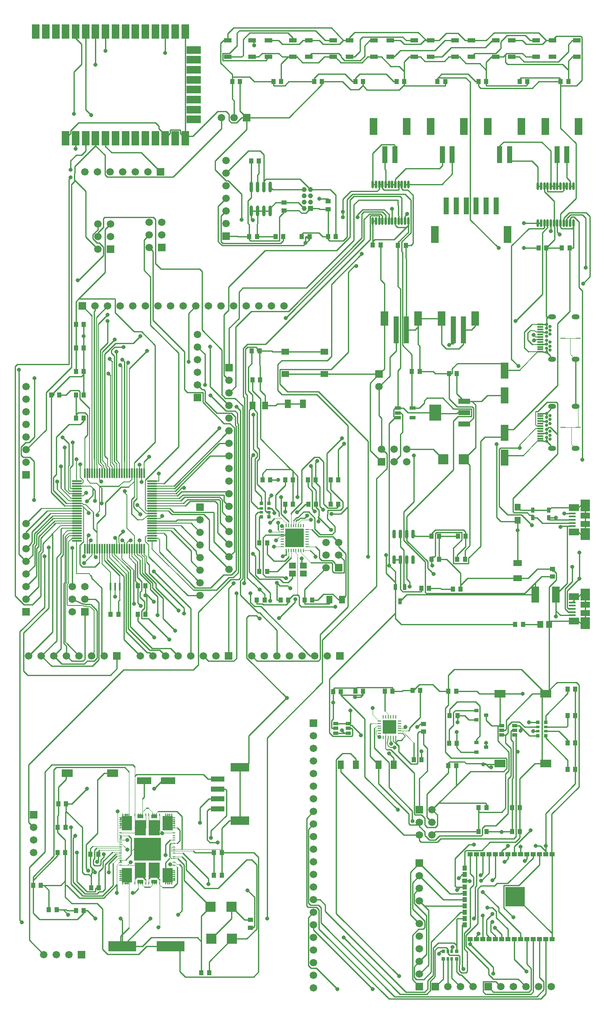
<source format=gtl>
G04*
G04 #@! TF.GenerationSoftware,Altium Limited,Altium Designer,20.0.9 (164)*
G04*
G04 Layer_Physical_Order=1*
G04 Layer_Color=255*
%FSLAX25Y25*%
%MOIN*%
G70*
G01*
G75*
%ADD17C,0.00500*%
%ADD18C,0.01000*%
%ADD22R,0.03661X0.03858*%
%ADD23R,0.03858X0.03661*%
%ADD24R,0.05906X0.03543*%
%ADD25R,0.06000X0.11200*%
%ADD26R,0.11200X0.06000*%
%ADD27R,0.07874X0.07874*%
%ADD28R,0.22441X0.07874*%
%ADD29R,0.21654X0.18465*%
%ADD30R,0.09134X0.11929*%
%ADD31R,0.08465X0.11221*%
%ADD32O,0.00787X0.02362*%
%ADD33O,0.02362X0.00787*%
%ADD34R,0.04567X0.02717*%
%ADD35R,0.10630X0.03937*%
%ADD36R,0.14961X0.07087*%
%ADD37R,0.08661X0.06299*%
%ADD38R,0.08583X0.06299*%
%ADD39R,0.11221X0.05512*%
%ADD40O,0.02362X0.08661*%
%ADD41R,0.05906X0.13386*%
%ADD42R,0.03937X0.13780*%
%ADD43O,0.01772X0.06299*%
%ADD44R,0.06299X0.11811*%
%ADD45R,0.03937X0.21654*%
%ADD46O,0.08268X0.01181*%
%ADD47O,0.01181X0.08268*%
%ADD48R,0.05906X0.12598*%
%ADD49R,0.09449X0.03937*%
%ADD50R,0.09449X0.12992*%
%ADD51R,0.06299X0.12598*%
%ADD52R,0.07480X0.04626*%
%ADD53R,0.07480X0.09350*%
%ADD54R,0.08268X0.05807*%
%ADD55R,0.05433X0.01772*%
%ADD56R,0.02992X0.04016*%
%ADD57R,0.07087X0.04921*%
%ADD58R,0.03937X0.05512*%
%ADD59R,0.04567X0.05787*%
G04:AMPARAMS|DCode=60|XSize=25.59mil|YSize=47.24mil|CornerRadius=1.92mil|HoleSize=0mil|Usage=FLASHONLY|Rotation=90.000|XOffset=0mil|YOffset=0mil|HoleType=Round|Shape=RoundedRectangle|*
%AMROUNDEDRECTD60*
21,1,0.02559,0.04341,0,0,90.0*
21,1,0.02175,0.04724,0,0,90.0*
1,1,0.00384,0.02170,0.01088*
1,1,0.00384,0.02170,-0.01088*
1,1,0.00384,-0.02170,-0.01088*
1,1,0.00384,-0.02170,0.01088*
%
%ADD60ROUNDEDRECTD60*%
%ADD61R,0.03937X0.03740*%
%ADD62R,0.03740X0.03937*%
%ADD63R,0.15748X0.15748*%
%ADD64R,0.04724X0.01181*%
%ADD65R,0.03937X0.00787*%
%ADD66R,0.02953X0.03150*%
%ADD67R,0.02284X0.03150*%
%ADD68R,0.03898X0.02717*%
%ADD69R,0.02559X0.04528*%
%ADD70R,0.03150X0.02953*%
%ADD71R,0.03150X0.02284*%
%ADD72O,0.02756X0.07087*%
%ADD73R,0.14567X0.14567*%
%ADD74O,0.00787X0.02953*%
%ADD75O,0.02953X0.00787*%
%ADD76R,0.10551X0.10551*%
%ADD77O,0.03150X0.00787*%
%ADD78O,0.00787X0.03150*%
%ADD79R,0.05512X0.04528*%
%ADD80R,0.04921X0.07087*%
%ADD81R,0.04724X0.05906*%
%ADD82R,0.03543X0.03150*%
%ADD83R,0.06102X0.05118*%
%ADD84R,0.01181X0.06299*%
%ADD156C,0.00709*%
%ADD157C,0.00472*%
%ADD158R,0.04724X0.05512*%
%ADD159C,0.05906*%
%ADD160R,0.05906X0.05906*%
%ADD161R,0.05906X0.05906*%
%ADD162C,0.03937*%
%ADD163R,0.03937X0.03937*%
%ADD164C,0.02559*%
%ADD165O,0.06299X0.03937*%
%ADD166C,0.03150*%
%ADD167C,0.01968*%
D17*
X1021284Y598611D02*
G03*
X1021335Y598671I-354J353D01*
G01*
X1022547Y600655D02*
G03*
X1022694Y600306I500J5D01*
G01*
X1021342Y598682D02*
G03*
X1021435Y598963I-407J290D01*
G01*
X1018034Y598495D02*
G03*
X1020736Y595343I2806J-329D01*
G01*
X775960Y707972D02*
G03*
X775794Y708000I-165J-472D01*
G01*
X776578Y707759D02*
G03*
X782829Y706762I5981J17406D01*
G01*
X764000Y708500D02*
G03*
X764500Y708000I500J0D01*
G01*
X1022547Y600655D02*
Y603413D01*
X1021337Y598674D02*
X1021342Y598682D01*
X1020839Y598166D02*
X1021284Y598611D01*
X1021435Y598967D02*
Y599479D01*
X1020736Y595343D02*
X1023773Y595232D01*
X1021435Y598963D02*
X1021435Y598967D01*
X1030033Y606563D02*
X1032091Y604505D01*
Y604091D02*
Y604505D01*
X1030000Y602000D02*
X1032091Y604091D01*
X1027665Y606563D02*
X1030033D01*
X1022694Y600306D02*
X1027075Y595925D01*
X1024516Y599333D02*
Y599430D01*
Y603413D01*
X1020579Y600335D02*
Y603413D01*
Y600335D02*
X1021435Y599479D01*
X1021335Y598671D02*
X1021337Y598674D01*
X1016642Y594358D02*
Y603413D01*
Y594358D02*
X1017425Y593575D01*
X1018034Y598495D02*
X1018610Y603413D01*
X785500Y670822D02*
Y704091D01*
X764500Y708000D02*
X775794D01*
X783500Y668822D02*
X785500Y670822D01*
X782829Y706762D02*
X785500Y704091D01*
X783500Y668000D02*
Y668822D01*
X775960Y707972D02*
X776578Y707759D01*
X764000Y708500D02*
Y724378D01*
X765104Y725482D01*
X767967Y761346D02*
X771579D01*
X765104Y758484D02*
X767967Y761346D01*
X765104Y725482D02*
Y758484D01*
D18*
X776358Y709295D02*
G03*
X781889Y708891I3328J7508D01*
G01*
X787553Y703533D02*
G03*
X787259Y704241I-1000J0D01*
G01*
X782867Y708633D02*
G03*
X781889Y708891I-709J-705D01*
G01*
X791200Y668000D02*
Y721880D01*
X782500Y732000D02*
X783500Y731000D01*
Y729580D02*
Y731000D01*
Y729580D02*
X791200Y721880D01*
X958500Y784500D02*
X960500Y782500D01*
X958500Y784500D02*
Y798600D01*
X961500Y785848D02*
X963575Y783774D01*
X961500Y785848D02*
Y788362D01*
X963575Y778825D02*
Y783774D01*
X962975Y778225D02*
X963575Y778825D01*
X964500Y786500D02*
X967000Y784000D01*
X964500Y786500D02*
Y802200D01*
X970651Y785333D02*
X977733D01*
X967300Y788684D02*
X970651Y785333D01*
X967300Y788684D02*
Y822048D01*
X941547Y781396D02*
X949900Y789748D01*
X941547Y780347D02*
Y781396D01*
X977733Y785333D02*
X979000Y786600D01*
X963774Y825575D02*
X967300Y822048D01*
X959926Y825575D02*
X963774D01*
X949900Y815548D02*
X959926Y825575D01*
X949900Y789748D02*
Y815548D01*
X952485Y777411D02*
X954223Y779150D01*
X948974Y777411D02*
X952485D01*
X951525Y782224D02*
X955542D01*
X960418Y777348D01*
X946800Y777500D02*
X951525Y782224D01*
X960418Y768582D02*
Y777348D01*
Y768582D02*
X964600Y764400D01*
X945600Y777500D02*
X946800D01*
X946638Y782000D02*
X953000Y788362D01*
X963500Y774500D02*
Y777700D01*
X946500Y782000D02*
X946638D01*
X947463Y775900D02*
X948974Y777411D01*
X946384Y775900D02*
X947463D01*
X962975Y778225D02*
X963500Y777700D01*
X973312Y767888D02*
Y767888D01*
X1098800Y579500D02*
X1100500D01*
X1093900Y582000D02*
X1106933D01*
X1107433Y582500D01*
X1093900Y582000D02*
X1095300D01*
X1095800Y582500D01*
X1068800Y586900D02*
X1112030D01*
X1064000Y591700D02*
X1068800Y586900D01*
X1112030D02*
X1112824Y586105D01*
Y578895D02*
Y586105D01*
X1110355Y576425D02*
X1112824Y578895D01*
X1083925Y576425D02*
X1110355D01*
X1072555Y565055D02*
X1083925Y576425D01*
X1095800Y582500D02*
X1098800Y579500D01*
X841800Y1078700D02*
Y1081300D01*
X836650Y1086450D02*
X841800Y1081300D01*
X836650Y1086450D02*
Y1088350D01*
X834000Y1091000D02*
X836650Y1088350D01*
X762800Y1078700D02*
X766537Y1082437D01*
Y1084693D01*
X772844Y1091000D01*
X834000D01*
X769500Y1098000D02*
Y1131180D01*
X770700Y1158122D02*
X775500Y1153322D01*
Y1137179D02*
Y1153322D01*
X769500Y1131180D02*
X775500Y1137179D01*
X770700Y1158122D02*
Y1163300D01*
X778600Y1101400D02*
X783000Y1097000D01*
X778600Y1101400D02*
Y1163300D01*
X881414Y1053586D02*
Y1060524D01*
X906500Y1085609D01*
Y1095000D01*
X881414Y1053586D02*
X889947Y1045053D01*
X902500Y1014000D02*
Y1034231D01*
X891679Y1045053D02*
X902500Y1034231D01*
X889947Y1045053D02*
X891679D01*
X890000Y1051000D02*
X907800Y1068800D01*
X917000D01*
X910000Y1014000D02*
Y1021051D01*
X911089Y1013911D02*
X911500Y1013500D01*
X910089Y1013911D02*
X911089D01*
X910000Y1014000D02*
X910089Y1013911D01*
X908468Y1000500D02*
Y1010132D01*
X907300Y1011300D02*
X908468Y1010132D01*
X934500Y747000D02*
X935000D01*
X934000Y747500D02*
X934500Y747000D01*
X936774Y743425D02*
X939579Y746230D01*
X927906Y743425D02*
X936774D01*
X922531Y748800D02*
X927906Y743425D01*
X939579Y746230D02*
Y746879D01*
X946700Y716700D02*
X948000Y715400D01*
X944763Y712359D02*
X944925Y712521D01*
X948000Y708500D02*
Y715400D01*
X944925Y712521D02*
Y713070D01*
X944763Y710763D02*
Y712359D01*
X939400Y712264D02*
Y712362D01*
Y710304D02*
Y712264D01*
X938000Y634500D02*
X938268D01*
X938800Y723700D02*
X941000Y721500D01*
X932700Y723700D02*
X938800D01*
X930500Y725900D02*
X932700Y723700D01*
X936250Y729500D02*
X937700D01*
X932000Y698000D02*
X944763Y710763D01*
X935175Y730575D02*
X936250Y729500D01*
X946144Y716145D02*
X946700Y716700D01*
X939400Y712362D02*
X943182Y716145D01*
X946144D01*
X916611Y702348D02*
X930500Y688460D01*
X956800Y668000D02*
X960500D01*
X917600Y707200D02*
X956800Y668000D01*
X912600Y707200D02*
X917600D01*
X930500Y668000D02*
Y688460D01*
X915189Y702348D02*
X916611D01*
X901300Y716237D02*
X915189Y702348D01*
X918870Y709200D02*
X919566Y708504D01*
X914469Y709200D02*
Y712264D01*
X925000Y711600D02*
Y717834D01*
X937600Y708504D02*
X939400Y710304D01*
X919566Y708504D02*
X937600D01*
X914469Y709200D02*
X918870D01*
X916394Y698217D02*
X916806Y697806D01*
X914000Y700000D02*
X915783Y698217D01*
X908000Y700000D02*
X914000D01*
X915783Y698217D02*
X916394D01*
X901300Y716237D02*
Y727500D01*
X906447Y698447D02*
X908000Y700000D01*
X906447Y666321D02*
Y698447D01*
Y666321D02*
X938268Y634500D01*
X871900Y574100D02*
X875689Y570311D01*
X818985Y574100D02*
X871900D01*
X817685Y572800D02*
X818985Y574100D01*
X938268Y634500D02*
X938500D01*
X964800Y685000D02*
X986800Y707000D01*
X910500Y668000D02*
X914600Y663900D01*
X964800Y665500D02*
Y685000D01*
X914600Y663900D02*
X963200D01*
X964800Y665500D01*
X974961Y622500D02*
Y631000D01*
X989526Y604302D02*
X990171Y604946D01*
Y609629D01*
X989300Y610500D02*
X990171Y609629D01*
X974521Y604302D02*
X989526D01*
X971886Y606937D02*
X974521Y604302D01*
X971886Y606937D02*
Y649486D01*
X1024260Y701860D01*
X974961Y622500D02*
Y639500D01*
Y617861D02*
Y622500D01*
X907996Y604496D02*
X938000Y634500D01*
X922600Y603100D02*
X966400Y646900D01*
X922600Y459700D02*
Y603100D01*
X966400Y646900D02*
Y680500D01*
X901016Y579563D02*
X904953D01*
X907996Y582606D01*
Y604496D01*
X901016Y537437D02*
Y579563D01*
X878100Y523700D02*
Y529300D01*
X890200Y541400D02*
Y561600D01*
X878100Y529300D02*
X890200Y541400D01*
X1027075Y595925D02*
Y596774D01*
X988600Y614240D02*
Y624647D01*
X987713Y614240D02*
X988600D01*
X997000Y605000D02*
Y605500D01*
X981024Y636900D02*
X1000100Y617824D01*
Y572100D02*
Y617824D01*
X996800Y635400D02*
X998587Y637187D01*
X1000100Y572100D02*
X1026200Y546000D01*
X997600Y636900D02*
X998587Y637887D01*
X1004300Y613600D02*
X1005137Y614437D01*
X1004300Y588220D02*
Y613600D01*
Y588220D02*
X1011020Y581500D01*
X989542Y612958D02*
X997000Y605500D01*
X993028Y581500D02*
Y586272D01*
X988800Y590500D02*
X993028Y586272D01*
X977400Y585600D02*
X982300Y590500D01*
X988800D01*
X987122Y614240D02*
X987713D01*
X988995Y612958D01*
X989542D01*
X981020Y576000D02*
Y581500D01*
X1031020Y526000D02*
X1043500D01*
X981020Y576000D02*
X1031020Y526000D01*
X1007700Y594900D02*
X1019400Y583200D01*
X1007700Y594900D02*
Y610569D01*
X1023028Y581500D02*
Y586972D01*
X1019500Y590500D02*
X1023028Y586972D01*
X1040139Y541900D02*
X1044900D01*
X1039400Y542639D02*
X1040139Y541900D01*
X1039400Y542639D02*
Y574948D01*
X1020774Y593575D02*
X1039400Y574948D01*
X1017425Y593575D02*
X1020774D01*
X1027075Y592102D02*
X1036706Y582471D01*
X1041278D01*
X1041923Y583115D01*
Y588477D01*
X1041900Y588500D02*
X1041923Y588477D01*
X1024516Y599333D02*
X1027075Y596774D01*
Y592102D02*
Y595925D01*
X1011400Y603500D02*
X1011700D01*
X1011020Y566680D02*
Y581500D01*
X1024516Y599430D02*
X1026086Y601000D01*
X1029000D01*
X1030000Y602000D01*
X777032Y912375D02*
Y931000D01*
X770969D02*
Y948969D01*
Y893750D02*
Y912375D01*
Y931000D01*
X773000Y966000D02*
X792553Y985553D01*
X772500Y966000D02*
X773000D01*
X773153Y951153D02*
X801653D01*
X770969Y948969D02*
X773153Y951153D01*
X794153Y972153D01*
X801653Y951153D02*
X801900Y950906D01*
Y940161D02*
Y950906D01*
X787769Y995500D02*
X789231D01*
X784447Y998821D02*
Y1002179D01*
X789231Y995500D02*
X792553Y992179D01*
X788316Y1006047D02*
Y1010316D01*
X784447Y1002179D02*
X788316Y1006047D01*
X784447Y998821D02*
X787769Y995500D01*
X788316Y1010316D02*
X788500Y1010500D01*
X792553Y985553D02*
Y992179D01*
X794153Y972153D02*
Y1006153D01*
X793600Y1016100D02*
X832300D01*
X834000Y979200D02*
Y1014400D01*
X792600Y1015100D02*
X793600Y1016100D01*
X834000Y979200D02*
X838200Y975000D01*
X794153Y1006153D02*
X798500Y1010500D01*
X838200Y975000D02*
X869100D01*
X832300Y1016100D02*
X834000Y1014400D01*
X824900Y974000D02*
Y997900D01*
Y974000D02*
X830100Y968800D01*
X824900Y997900D02*
X829000Y1002000D01*
X792600Y1007900D02*
Y1015100D01*
X1150220Y1008175D02*
X1150775D01*
X1147300Y903189D02*
Y905861D01*
X1111000Y894724D02*
X1123051D01*
X1073600Y900100D02*
X1111000D01*
X1078323Y926600D02*
X1084800D01*
X1032937D02*
X1040000D01*
X1147664Y863814D02*
Y866123D01*
X1147300Y832501D02*
Y835173D01*
X1149000Y735200D02*
X1150400D01*
X1111000Y826900D02*
X1125915D01*
X1146500Y695602D02*
X1165945D01*
X1148500Y510760D02*
Y542500D01*
X1146500Y638000D02*
Y640886D01*
X1140800Y582500D02*
Y638000D01*
X1066500Y640000D02*
Y652800D01*
X934562Y764033D02*
X941916Y764084D01*
X929874Y764000D02*
X934562Y764033D01*
X857600Y1080300D02*
X863600D01*
X753300Y875000D02*
Y877000D01*
X853300Y417700D02*
Y437500D01*
X831583Y541937D02*
X833158D01*
X762900Y569931D02*
Y575000D01*
X769781Y1045338D02*
X769850Y1056150D01*
X771200Y1065400D02*
X775200D01*
X769850Y1056150D02*
X786500Y1072800D01*
X775200Y1065400D02*
X778600Y1068800D01*
Y1078700D01*
X786500Y1072800D02*
X793900Y1065400D01*
Y1049600D02*
Y1065400D01*
Y1049600D02*
X795600Y1047900D01*
X769775Y1044407D02*
X769781Y1045338D01*
X778731Y1000269D02*
X788500Y990500D01*
X778731Y1000269D02*
Y1036507D01*
X769900Y1045337D02*
X778731Y1036507D01*
X765500Y899300D02*
Y1046300D01*
X766700Y1047500D01*
Y1053700D02*
Y1060900D01*
X767200Y1041832D02*
X769775Y1044407D01*
X724300Y899300D02*
X765500D01*
X767200Y897000D02*
Y1041832D01*
X766700Y1060900D02*
X771200Y1065400D01*
X768000Y713000D02*
X776358Y709295D01*
X777600Y661747D02*
X779800Y663947D01*
X786500Y713000D02*
X789153Y710347D01*
X784000Y659900D02*
X789153Y665053D01*
X785179Y663947D02*
X787553Y666321D01*
X789153Y665053D02*
Y710347D01*
X782867Y708633D02*
X787259Y704241D01*
X779800Y663947D02*
X785179D01*
X787553Y666321D02*
Y703533D01*
X778000Y672800D02*
Y703000D01*
X777847Y672647D02*
X778000Y672800D01*
X777847Y665447D02*
Y672647D01*
X761341Y725479D02*
X762275Y726413D01*
X761341Y677896D02*
X763500Y675737D01*
X761341Y677896D02*
Y725479D01*
X762275Y726413D02*
Y762223D01*
X763500Y668000D02*
Y675737D01*
X753500Y668000D02*
X759075Y673575D01*
Y746425D02*
X760675Y748025D01*
X763500Y668000D02*
X767600Y663900D01*
X759075Y673575D02*
Y746425D01*
X755575Y680075D02*
Y746089D01*
X743500Y668000D02*
X755575Y680075D01*
X767929Y753500D02*
X768000Y753429D01*
Y723000D02*
Y753429D01*
X1161532Y1132800D02*
Y1139893D01*
Y1123500D02*
Y1132800D01*
X1111700Y1145000D02*
X1112800Y1146100D01*
X1109861Y1143161D02*
X1111700Y1145000D01*
X1111000Y894724D02*
Y900100D01*
X1031282Y1131718D02*
Y1139200D01*
X1096407Y1132800D02*
Y1138968D01*
Y1123500D02*
Y1132800D01*
X1031282Y1120982D02*
Y1123500D01*
Y1120200D02*
Y1120982D01*
X1078323Y915200D02*
Y926600D01*
X1042386Y915046D02*
Y928986D01*
X1146500Y695602D02*
Y722700D01*
Y640886D02*
Y693000D01*
Y640886D02*
X1152614Y647000D01*
X1143614Y638000D02*
X1146500Y640886D01*
X1133100Y638000D02*
X1140800D01*
X1135000Y582500D02*
X1140800D01*
X1076031Y723931D02*
Y733569D01*
X1017429Y609319D02*
X1019595Y611484D01*
X1016642Y608532D02*
X1017429Y609319D01*
X1058700Y551200D02*
X1072555Y565055D01*
X1053500Y546000D02*
X1058700Y551200D01*
X982700Y1016000D02*
Y1020300D01*
X939200Y1143161D02*
X942898D01*
X934700D02*
X939200D01*
X943010Y814490D02*
Y814512D01*
Y807500D02*
Y814490D01*
X941500Y816000D02*
X941522D01*
X922137D02*
X941500D01*
X943010Y814490D02*
X946800Y810700D01*
X941500Y816000D02*
X943010Y814490D01*
X917300Y840200D02*
X941500Y816000D01*
X777032Y875125D02*
Y891200D01*
X886531Y514772D02*
Y531200D01*
Y512000D02*
Y514772D01*
X833118Y488483D02*
X833131Y488205D01*
X833158Y487606D01*
X814700Y512900D02*
Y523300D01*
Y510610D02*
Y512900D01*
X762500Y486000D02*
X763824D01*
X745600D02*
X758900D01*
X762500D02*
Y489600D01*
Y476800D02*
Y486000D01*
X1150200Y1156154D02*
Y1158000D01*
X1155469Y1120400D02*
Y1123500D01*
Y1086631D02*
Y1120400D01*
X1126300Y1011400D02*
X1137425D01*
X1058181Y1126800D02*
X1060981Y1129600D01*
X1057781Y1126400D02*
X1058181Y1126800D01*
X1047454Y1156154D02*
X1049046D01*
X1165575Y991500D02*
Y1008000D01*
X1056083Y860286D02*
X1073056D01*
X1111000Y847600D02*
X1118060D01*
X1095300Y841800D02*
X1111000D01*
X1052969Y746800D02*
X1055500D01*
X1034575Y1004000D02*
Y1009600D01*
X1032975Y1008000D02*
X1034575Y1009600D01*
X1023375Y998400D02*
X1032975Y1008000D01*
X1006469Y996800D02*
Y1003400D01*
X1024260Y726191D02*
Y734940D01*
Y722807D02*
Y726191D01*
X891400Y1156154D02*
Y1161800D01*
X894969Y1127200D02*
Y1129200D01*
Y1123500D02*
Y1127200D01*
X826031Y717631D02*
X832600Y711063D01*
X952206Y709200D02*
X972000D01*
X826031Y716031D02*
Y717631D01*
Y715900D02*
Y716031D01*
X1037468Y864500D02*
Y893500D01*
X1143567Y517400D02*
Y543000D01*
Y513033D02*
Y517400D01*
Y510760D02*
Y513033D01*
X1096531Y528500D02*
X1108900D01*
X998587Y637887D02*
Y640000D01*
Y637187D02*
Y637887D01*
X981024Y636900D02*
X997600D01*
X770969Y859200D02*
Y875125D01*
X1146000Y777700D02*
X1151600D01*
X1146000Y775985D02*
X1164528D01*
X1153000Y843500D02*
Y868200D01*
X1130800Y779800D02*
X1133468D01*
X1031000Y723911D02*
X1031740D01*
X949900Y739650D02*
Y745400D01*
X1067900Y915500D02*
X1070449D01*
X1013500Y830000D02*
X1016000D01*
X848827Y535873D02*
Y536500D01*
X870469Y441231D02*
Y461736D01*
X848827Y489890D02*
Y491465D01*
X806307Y538079D02*
Y539653D01*
X807811Y446911D02*
X813158Y452258D01*
X806400Y445500D02*
X807811Y446911D01*
X736969Y490069D02*
Y492800D01*
X807811Y446911D02*
Y458289D01*
Y437500D02*
Y446911D01*
X806400Y437500D02*
Y445500D01*
X914700Y910000D02*
Y912000D01*
X916632Y720641D02*
X920532Y717000D01*
X906528Y730072D02*
X916632Y720641D01*
X1135232Y725832D02*
X1140368Y730968D01*
X1126900Y717500D02*
X1135232Y725832D01*
X1155767Y770867D02*
X1161267D01*
X1151768Y703611D02*
Y716500D01*
Y699400D02*
Y703611D01*
X1085087Y870055D02*
X1092600D01*
X1108100Y774500D02*
X1121500D01*
Y767700D02*
Y774500D01*
Y775650D01*
X916468Y757500D02*
Y778185D01*
X942900Y1156154D02*
Y1158400D01*
X922400Y1141000D02*
Y1143161D01*
X956200D02*
Y1144400D01*
X1085500Y1143161D02*
Y1144400D01*
X976925Y606760D02*
X984000D01*
X1105600Y612740D02*
X1106400D01*
X1100800D02*
X1105600D01*
X1090469Y537900D02*
Y544800D01*
X1123700Y611740D02*
X1130830Y604610D01*
X1122700Y612740D02*
X1123700Y611740D01*
X1083600Y439400D02*
X1102100Y420900D01*
X1080700Y582500D02*
X1095800D01*
X1072890Y438400D02*
Y458890D01*
X1111800Y605260D02*
X1112000D01*
X1043500Y532700D02*
Y534025D01*
X1036000D02*
X1043500D01*
X1120000Y593400D02*
Y605260D01*
Y524675D02*
Y593400D01*
X911900Y1152800D02*
Y1156154D01*
X1034575Y1042000D02*
X1061300D01*
X1114958Y1060600D02*
X1132825D01*
X830127Y492500D02*
X835300D01*
X833000Y527200D02*
X839500D01*
X833000Y535600D02*
X837449D01*
X828827Y532600D02*
X833000D01*
Y535600D01*
Y531543D02*
Y532600D01*
X822900Y493800D02*
X826347Y490353D01*
X822134Y494566D02*
X822900Y493800D01*
X820285D02*
X822900D01*
X822134Y532000D02*
X826307D01*
X1075600Y484500D02*
X1079433D01*
X1072645D02*
X1075600D01*
X760900Y466500D02*
X763300D01*
X783000Y492800D02*
Y494925D01*
X783775Y499568D02*
X785900Y497443D01*
X986800Y786400D02*
Y850600D01*
Y707000D02*
Y786400D01*
X955246Y999055D02*
X956219Y998400D01*
X953100Y1000500D02*
X955246Y999055D01*
X951319Y993500D02*
X956219Y998400D01*
X920000Y1044800D02*
Y1065800D01*
Y1039949D02*
Y1044800D01*
X964000Y1030800D02*
X971000D01*
X1093575Y443240D02*
Y461775D01*
X1077294Y420706D02*
Y454500D01*
X833118Y488483D02*
Y489004D01*
X803400Y480000D02*
X803430Y486670D01*
X816100Y480000D02*
X817241D01*
X820441Y483200D01*
X763824Y486000D02*
X773724Y476100D01*
X792861D01*
X803430Y486670D01*
X780900Y781225D02*
Y782037D01*
X751468Y875000D02*
X753300D01*
Y877000D02*
X765900Y889600D01*
X775432D01*
X777032Y891200D01*
Y893750D01*
X1044900Y541900D02*
X1047600Y539200D01*
Y533900D02*
Y539200D01*
Y533900D02*
X1049600Y531900D01*
X1056000D01*
X1057600Y533500D01*
Y541900D01*
X1053500Y546000D02*
X1057600Y541900D01*
X1072555Y565055D02*
Y581000D01*
X902400Y1095000D02*
X906500D01*
X898300Y1090900D02*
X902400Y1095000D01*
X894300Y1090900D02*
X898300D01*
X892400Y1092800D02*
X894300Y1090900D01*
X892400Y1092800D02*
Y1097600D01*
X890100Y1099900D02*
X892400Y1097600D01*
X883200Y1099900D02*
X890100D01*
X863600Y1080300D02*
X883200Y1099900D01*
X857600Y1078700D02*
Y1080300D01*
X901032Y1100468D02*
Y1123500D01*
Y1100468D02*
X906500Y1095000D01*
X998719Y1120719D02*
Y1123500D01*
Y1120719D02*
X1001600Y1116900D01*
X1027200D01*
X1031282Y1120982D01*
X1096407Y1138968D02*
X1100600Y1143161D01*
X1103893D01*
X1031282Y1139200D02*
X1035243Y1143161D01*
X1039495D01*
X930500Y712264D02*
Y725900D01*
Y712264D02*
X933337D01*
X982700Y1020300D02*
Y1030400D01*
X988900Y1036600D02*
X1009743D01*
X1019220Y1012933D02*
Y1018280D01*
X1015500Y1022000D02*
X1019220Y1018280D01*
X998400Y1022000D02*
X1015500D01*
X994500Y1018100D02*
X998400Y1022000D01*
X994500Y1016000D02*
Y1018100D01*
X982700Y1030400D02*
X988900Y1036600D01*
X1009743D02*
X1011543Y1038400D01*
Y1042067D01*
X921600Y730575D02*
X935175D01*
X919500Y732675D02*
X921600Y730575D01*
X919500Y732675D02*
Y761900D01*
X921600Y764000D01*
X929874D01*
X941916Y764084D02*
X944500Y761500D01*
X910969Y878431D02*
Y887000D01*
Y878431D02*
X917300Y872100D01*
Y840200D02*
Y872100D01*
X946800Y794100D02*
Y810700D01*
X1004400Y884400D02*
X1011500Y891500D01*
X1004400Y831100D02*
Y884400D01*
Y831100D02*
X1013500Y822000D01*
X1111000Y894343D02*
Y894724D01*
X1144185Y931024D02*
Y936000D01*
X1148713Y936811D01*
X1052969Y744500D02*
Y746800D01*
X1055500D02*
X1056000Y747300D01*
Y765129D01*
X1056971Y766100D01*
X1076900D01*
Y760000D02*
Y766100D01*
X1070500Y753600D02*
X1076900Y760000D01*
X1070500Y741400D02*
Y753600D01*
Y741400D02*
X1082500D01*
Y745500D01*
X1091900Y754900D01*
Y838400D01*
X1095300Y841800D01*
X1111000D02*
Y844843D01*
X815041Y792051D02*
X817248Y794258D01*
X815041Y780800D02*
Y792051D01*
Y780800D02*
X820033Y775808D01*
X787720Y773420D02*
X794375Y780075D01*
Y789599D01*
X806625Y801850D01*
X812800D01*
X784800Y768850D02*
Y781896D01*
Y768850D02*
X787720Y765929D01*
X777032Y854163D02*
Y856500D01*
X774400Y851532D02*
X777032Y854163D01*
X765232Y851532D02*
X774400D01*
X755300Y841600D02*
X765232Y851532D01*
X755300Y811850D02*
Y841600D01*
X752925Y809475D02*
X755300Y811850D01*
X752925Y799159D02*
Y809475D01*
Y799159D02*
X763178Y788906D01*
X826031Y717631D02*
Y723500D01*
X910980Y865680D02*
Y866500D01*
Y865680D02*
X914675Y860728D01*
Y833675D02*
Y860728D01*
Y833675D02*
X916275Y832075D01*
Y824325D02*
Y832075D01*
X914675Y822725D02*
X916275Y824325D01*
X914675Y804325D02*
Y822725D01*
Y804325D02*
X921000Y798000D01*
Y783200D02*
Y798000D01*
Y783200D02*
X922275Y781925D01*
X924126D01*
X908200Y862900D02*
X910980Y865680D01*
X908200Y734634D02*
Y862900D01*
Y734634D02*
X925000Y717834D01*
X1024260Y701860D02*
Y722807D01*
Y697600D02*
Y701860D01*
Y697600D02*
X1028860Y693000D01*
X1119469D01*
X987122Y610500D02*
X989300D01*
X1019400Y739800D02*
X1024260Y734940D01*
X1019400Y739800D02*
Y852420D01*
X1024000Y857020D01*
X1016891Y733560D02*
X1024260Y726191D01*
X1016891Y733560D02*
Y747909D01*
X1141100Y1153200D02*
X1144100Y1156154D01*
X1127854Y1153200D02*
X1141100D01*
X1124900Y1156154D02*
X1127854Y1153200D01*
X1116801Y1156154D02*
X1124900D01*
X888000D02*
X891400D01*
X885755Y1153909D02*
X888000Y1156154D01*
X885755Y1138414D02*
Y1153909D01*
Y1138414D02*
X894969Y1129200D01*
X983000Y1156154D02*
X988005D01*
X973754Y1166400D02*
X983000Y1156154D01*
X896000Y1166400D02*
X973754D01*
X891400Y1161800D02*
X896000Y1166400D01*
X891400Y1156154D02*
X891408D01*
X912400Y1123500D02*
X927531D01*
X908700Y1127200D02*
X912400Y1123500D01*
X894969Y1127200D02*
X908700D01*
X1111000Y844843D02*
Y847600D01*
X1118060D02*
X1153000Y882540D01*
Y931800D01*
X1162531Y941331D01*
Y991500D01*
X1025939Y1008000D02*
X1032975D01*
X1024339Y1009600D02*
X1025939Y1008000D01*
X1024339Y1009600D02*
Y1012933D01*
X1006469Y994000D02*
Y996800D01*
X1008069Y998400D01*
X1023375D01*
X1034575Y1009600D02*
Y1012933D01*
X1155339Y1011433D02*
Y1018739D01*
X1167600Y1031000D01*
Y1074500D01*
X1155469Y1086631D02*
X1167600Y1074500D01*
X1143567Y543000D02*
X1167087Y566520D01*
Y578000D01*
X770700Y1070400D02*
Y1078700D01*
X1107600Y832900D02*
X1122900D01*
X1106700Y832000D02*
X1107600Y832900D01*
X1106700Y786500D02*
Y832000D01*
Y786500D02*
X1113200Y780000D01*
X1124400D01*
X1132700Y771700D01*
X1146000Y777500D02*
Y777700D01*
X970000Y828700D02*
X982100Y840800D01*
X970000Y799800D02*
Y828700D01*
Y799800D02*
X972937Y796863D01*
Y788362D02*
Y796863D01*
X1122900Y832900D02*
Y835427D01*
X1146000Y775985D02*
Y777500D01*
X1128970Y781630D02*
X1130800Y779800D01*
X1117600Y792900D02*
X1153000Y828300D01*
X1152000Y869200D02*
X1153000Y868200D01*
X1144577Y869200D02*
X1152000D01*
X1137206Y861829D02*
X1144577Y869200D01*
X1135800Y861829D02*
X1137206D01*
X1133468Y777500D02*
Y779800D01*
X1118470Y781630D02*
X1128970D01*
X1117600Y782500D02*
X1118470Y781630D01*
X1117600Y782500D02*
Y792900D01*
X1153000Y828300D02*
Y843500D01*
X1147170Y849330D02*
X1153000Y843500D01*
X1145994Y849330D02*
X1147170D01*
X1144401Y847737D02*
X1145994Y849330D01*
X1144185Y847737D02*
X1144401D01*
X979031Y807500D02*
Y831631D01*
X983700Y836300D01*
X925000Y807500D02*
X931500D01*
X957400Y818700D02*
X958000Y818100D01*
Y802700D02*
Y818100D01*
Y802700D02*
X961500Y799200D01*
Y788362D02*
Y799200D01*
X949900Y739650D02*
X951331D01*
X962975Y778225D02*
X973312Y767888D01*
X924979Y767100D02*
X925658Y766421D01*
X911500Y749100D02*
X913500Y747100D01*
Y731900D02*
Y747100D01*
Y731900D02*
X916425Y728975D01*
X932625D01*
X935200Y726400D01*
X939469D01*
X942669Y729600D01*
Y733350D01*
X953000Y788362D02*
X955437D01*
X931379Y767842D02*
Y773775D01*
X936968Y782268D02*
Y788362D01*
X1033500Y832000D02*
X1054232D01*
X1062232Y824000D01*
X1067000Y914600D02*
X1067900Y915500D01*
X1070449D02*
Y926642D01*
X806400Y459700D02*
X807811Y458289D01*
X779900Y466000D02*
X786200Y459700D01*
X777063Y466000D02*
X779900D01*
X856700Y490032D02*
X877732Y469000D01*
X856700Y490032D02*
Y502298D01*
X851825Y507173D02*
X856700Y502298D01*
X1013500Y830000D02*
Y832000D01*
X1016000Y830000D02*
X1017600Y828400D01*
Y816800D02*
Y828400D01*
X1009300Y808500D02*
X1017600Y816800D01*
X1009300Y723400D02*
Y808500D01*
X966400Y680500D02*
X1009300Y723400D01*
X807811Y437500D02*
X830011Y459700D01*
X979500Y754500D02*
Y758000D01*
Y754500D02*
X985153Y748847D01*
Y715614D02*
Y748847D01*
X982039Y712500D02*
X985153Y715614D01*
X906528Y730072D02*
Y875122D01*
X905325Y876324D02*
X906528Y875122D01*
X905325Y876324D02*
Y911325D01*
X907100Y913100D01*
X913600D01*
X914700Y912000D01*
Y910000D02*
X916531D01*
X957313Y742053D02*
X973600D01*
X974500Y741153D01*
Y735200D02*
Y741153D01*
Y735200D02*
X975753Y733947D01*
X983553D01*
Y743947D01*
X979500Y748000D02*
X983553Y743947D01*
X1135232Y716500D02*
Y725832D01*
X1140368Y730968D02*
X1149000D01*
X933635Y780535D02*
X939579Y774590D01*
X933635Y780535D02*
Y794000D01*
X1039000Y790400D02*
Y827000D01*
X1031000Y782400D02*
X1039000Y790400D01*
X1031000Y759600D02*
Y782400D01*
Y759600D02*
X1048100Y742500D01*
Y718400D02*
Y742500D01*
Y718400D02*
X1049000Y717500D01*
X1126900D01*
X1129500Y924400D02*
X1131200Y926100D01*
X1129500Y918600D02*
Y924400D01*
Y918600D02*
X1133021Y915079D01*
X1155200Y770300D02*
X1155767Y770867D01*
X925000Y773700D02*
X928300Y777000D01*
X1079563Y744500D02*
Y751763D01*
X1083400Y755600D01*
Y819368D01*
X1078768Y824000D02*
X1083400Y819368D01*
X1073055Y598500D02*
Y607500D01*
X949600Y706900D02*
X976800D01*
X948000Y708500D02*
X949600Y706900D01*
X937610Y747910D02*
Y751559D01*
X934000Y747500D02*
X937610Y747910D01*
X924126Y793290D02*
X926118Y795282D01*
X924126Y788815D02*
Y793290D01*
Y785075D02*
X926025D01*
X928304Y782796D01*
Y781200D02*
Y782796D01*
X979000Y786600D02*
Y788362D01*
X972968Y800032D02*
Y807500D01*
Y800032D02*
X982600Y790400D01*
Y785600D02*
Y790400D01*
X980733Y783733D02*
X982600Y785600D01*
X970733Y783733D02*
X980733D01*
X970275Y776875D02*
X970733Y783733D01*
X976386Y766615D02*
Y770764D01*
X964600Y764400D02*
X974172D01*
X970275Y776875D02*
X976386Y770764D01*
X974172Y764400D02*
X976386Y766615D01*
X943516Y775416D02*
X945600Y777500D01*
X961021Y805679D02*
Y807500D01*
Y805679D02*
X964500Y802200D01*
X945484Y775000D02*
X946384Y775900D01*
X954958Y802142D02*
X958500Y798600D01*
X954958Y802142D02*
Y807500D01*
X1148196Y785680D02*
X1165945D01*
X1146000Y783484D02*
X1148196Y785680D01*
X1170300Y729300D02*
Y750000D01*
X1160700Y719700D02*
X1170300Y729300D01*
X1160700Y706197D02*
Y719700D01*
Y706197D02*
X1161600Y705297D01*
X1164528D01*
X982000Y608760D02*
Y608925D01*
X1161600Y702738D02*
X1164528D01*
X1159100Y705238D02*
X1161600Y702738D01*
X1159100Y705238D02*
Y721300D01*
X1164800Y727000D01*
Y738500D01*
X1096461Y617080D02*
X1100800Y612740D01*
X1096461Y617080D02*
Y621000D01*
X1106400Y612740D02*
X1108827D01*
X1105600Y600700D02*
Y612740D01*
Y600700D02*
X1114500Y591800D01*
Y577100D02*
Y591800D01*
X1111800Y574400D02*
X1114500Y577100D01*
X1111800Y547200D02*
Y574400D01*
X1108600Y544000D02*
X1111800Y547200D01*
X1091269Y544000D02*
X1108600D01*
X1090469Y544800D02*
X1091269Y544000D01*
X1090469Y544800D02*
Y547500D01*
X1083567Y439433D02*
X1083600Y439400D01*
X1102100Y416100D02*
Y420900D01*
X1083567Y439433D02*
Y443240D01*
X1123700Y608540D02*
Y611740D01*
X1079100Y584100D02*
X1080700Y582500D01*
X1066492Y583200D02*
X1067392Y584100D01*
X1096461Y595500D02*
Y599139D01*
X1077300Y494500D02*
X1079433D01*
X1074800Y491700D02*
X1077300Y494500D01*
X1086700Y459700D02*
X1087700Y460700D01*
Y484686D01*
X1088567Y485553D01*
Y510760D01*
X1072890Y417279D02*
Y427500D01*
Y417279D02*
X1075200Y414969D01*
X1076531D01*
X1086000Y405500D01*
X1120000Y593400D02*
X1121400Y592000D01*
X1130236Y615240D02*
X1137461D01*
X1043500Y521600D02*
Y526000D01*
Y521600D02*
X1044753Y520347D01*
X1057700D01*
X1060428Y523075D01*
X1118400D01*
X1120000Y524675D01*
X1119024Y605260D02*
X1120000D01*
X1037800Y537300D02*
X1038000Y537100D01*
X1037800Y537300D02*
Y545100D01*
X1019400Y563500D02*
X1037800Y545100D01*
X1019400Y563500D02*
Y583200D01*
X1161024Y638300D02*
Y641500D01*
X1143524Y620800D02*
X1161024Y638300D01*
X1143524Y615240D02*
Y620800D01*
X1073524Y615276D02*
Y620500D01*
Y615276D02*
X1073600Y615200D01*
X892500Y896500D02*
Y927900D01*
X900300Y935700D01*
Y956800D01*
X903500Y960000D01*
X953600D01*
X991400Y997800D01*
Y1025900D01*
X995200Y1029700D01*
X1026200D01*
X1026898Y1012933D01*
X1029457D02*
Y1031243D01*
X1027900Y1032800D02*
X1029457Y1031243D01*
X991400Y1032800D02*
X1027900D01*
X988200Y1029600D02*
X991400Y1032800D01*
X988200Y1000177D02*
Y1029600D01*
X977623Y989600D02*
X988200Y1000177D01*
X920900Y989600D02*
X977623D01*
X891900Y960600D02*
X920900Y989600D01*
X891900Y942200D02*
Y960600D01*
X888400Y938700D02*
X891900Y942200D01*
X888400Y890600D02*
Y938700D01*
Y890600D02*
X892500Y886500D01*
X825122Y822122D02*
X829100Y826100D01*
X877500Y881500D02*
X892500Y866500D01*
X877500Y881500D02*
Y913400D01*
X937200Y936100D02*
X999389Y998289D01*
Y1014289D01*
X1003900Y1018800D01*
X1012300D01*
X1014102Y1016998D01*
Y1012933D02*
Y1016998D01*
X1157898Y1011433D02*
Y1015300D01*
X1162198Y1019600D01*
X1175700D01*
X1178775Y1016525D01*
Y968875D02*
Y1016525D01*
X1173200Y963300D02*
X1178775Y968875D01*
X848685Y802685D02*
X892500Y846500D01*
X835675Y700170D02*
Y714913D01*
X829967Y720620D02*
X835675Y714913D01*
X829967Y720620D02*
Y724981D01*
X821616Y733332D02*
X829967Y724981D01*
X821616Y733332D02*
Y744084D01*
X747300Y877100D02*
X767200Y897000D01*
X747300Y847300D02*
Y877100D01*
X731500Y831500D02*
X747300Y847300D01*
X786500Y1072800D02*
Y1078700D01*
X795600Y1047900D02*
X848000D01*
X886500Y1086400D01*
Y1095000D01*
X725700Y748800D02*
X731500Y743000D01*
X725700Y748800D02*
Y894900D01*
X1032016Y1017100D02*
X1033616Y1018700D01*
X1032016Y1012933D02*
Y1017100D01*
X731500Y743000D02*
X736625Y748125D01*
Y756090D01*
X738135Y757600D01*
Y764848D01*
X752350Y779063D01*
X739735Y764165D02*
X752665Y777094D01*
X739735Y756485D02*
Y764165D01*
X738225Y754975D02*
X739735Y756485D01*
X738225Y739725D02*
Y754975D01*
X731500Y733000D02*
X738225Y739725D01*
X741335Y762553D02*
X753908Y775126D01*
X741335Y754885D02*
Y762553D01*
X739825Y753375D02*
X741335Y754885D01*
X739825Y731325D02*
Y753375D01*
X731500Y723000D02*
X739825Y731325D01*
X731500Y713000D02*
X741425Y722925D01*
Y750265D01*
X742935Y751775D01*
Y761276D01*
X754816Y773157D01*
X849017Y800717D02*
X884800Y836500D01*
X892500D01*
X1119600Y933700D02*
X1140900Y955000D01*
Y1003698D01*
X1145102Y1007900D01*
Y1011433D01*
X877375Y826500D02*
X892500D01*
X849623Y798748D02*
X877375Y826500D01*
X767025Y487100D02*
Y532000D01*
Y487100D02*
X776425Y477700D01*
X791923D01*
X800275Y486052D01*
Y503160D01*
X733400Y536100D02*
X737500Y532000D01*
X733400Y536100D02*
Y581600D01*
X808800Y657000D01*
X864000D01*
X867900Y660900D01*
Y702800D01*
X893675Y728575D01*
X900075D01*
X901400Y729900D01*
Y862800D01*
X898500Y865700D02*
X901400Y862800D01*
X850188Y796780D02*
X854709Y801300D01*
X856800D01*
X819725Y730205D02*
Y742666D01*
Y730205D02*
X822900Y727031D01*
Y719700D02*
Y727031D01*
X821675Y718475D02*
X822900Y719700D01*
X821675Y714600D02*
Y718475D01*
Y714600D02*
X825375Y710900D01*
Y706000D02*
Y710900D01*
X823000Y703625D02*
X825375Y706000D01*
X823000Y697800D02*
Y703625D01*
Y697800D02*
X828200D01*
X844900Y681100D01*
X1024339Y1042067D02*
Y1046400D01*
X1032639Y1054700D01*
X1059200D01*
X1061605Y1057105D01*
Y1065500D01*
X845602Y502500D02*
X846205Y501898D01*
X877100Y520100D02*
X883400D01*
X875000Y522200D02*
X877100Y520100D01*
X875000Y522200D02*
Y544889D01*
X876800Y546689D01*
X883496D01*
X836376Y452500D02*
X837488Y453612D01*
X833000Y527200D02*
Y531543D01*
X876463Y554563D02*
X883496D01*
X869500Y547600D02*
X876463Y554563D01*
X869500Y535500D02*
Y547600D01*
X883496Y562437D02*
X889363D01*
X890200Y561600D01*
X816000Y581500D02*
X817685Y579815D01*
X751800Y581500D02*
X816000D01*
X746300Y576000D02*
X751800Y581500D01*
X746300Y512600D02*
Y576000D01*
X734000Y500300D02*
X746300Y512600D01*
X734000Y442500D02*
Y500300D01*
Y442500D02*
X745500Y431000D01*
X918063Y788815D02*
Y794237D01*
X913075Y799225D02*
X918063Y794237D01*
X913075Y799225D02*
Y824325D01*
X914675Y825925D01*
Y828875D01*
X911600Y831950D02*
X914675Y828875D01*
X911600Y831950D02*
Y859253D01*
X1071725Y485420D02*
X1072645Y484500D01*
X1071725Y485420D02*
Y507425D01*
X1082700Y518400D01*
X1086600D01*
X731500Y773000D02*
X743469Y784969D01*
X784500Y800913D02*
X786100Y799313D01*
Y790900D02*
Y799313D01*
X910000Y825800D02*
X911600Y827400D01*
X910000Y790275D02*
Y825800D01*
Y790275D02*
X915200Y785075D01*
X918063D01*
X726500Y458400D02*
X728100Y456800D01*
X726500Y458400D02*
Y687200D01*
X746100Y706800D01*
Y747100D01*
X855558Y511622D02*
X876000Y491180D01*
Y486822D02*
Y491180D01*
X907000Y482100D02*
X912600Y476500D01*
Y453600D02*
Y476500D01*
X911468Y452468D02*
X912600Y453600D01*
X909500Y452468D02*
X911468D01*
X771700Y488825D02*
Y512000D01*
Y488825D02*
X779625Y480900D01*
X786220D01*
Y483200D01*
X787020Y484000D01*
X789063D01*
X894768Y443500D02*
X906500D01*
X914200Y451200D01*
Y502400D01*
X910300Y506300D02*
X914200Y502400D01*
X906200Y506300D02*
X910300D01*
X883600Y483700D02*
X906200Y506300D01*
X872900Y483700D02*
X883600D01*
X858300Y498300D02*
X872900Y483700D01*
X858300Y498300D02*
Y505400D01*
X854952Y508748D02*
X858300Y505400D01*
X894268Y459535D02*
Y469000D01*
X878232Y443500D02*
X894268Y459535D01*
X782468Y500875D02*
Y510500D01*
X785900Y496400D02*
Y497443D01*
X842100Y510000D02*
Y518400D01*
X845755Y522055D01*
X744571Y757022D02*
X752375Y764826D01*
X744571Y750745D02*
Y757022D01*
X743025Y749200D02*
X744571Y750745D01*
X743025Y715225D02*
Y749200D01*
X736500Y708700D02*
X743025Y715225D01*
X729600Y708700D02*
X736500D01*
X722600Y715700D02*
X729600Y708700D01*
X722600Y715700D02*
Y897600D01*
X724300Y899300D01*
X733500Y668000D02*
X752375Y686875D01*
Y764826D01*
X793975Y502141D02*
X802668Y510835D01*
X793975Y482952D02*
Y502141D01*
X791994Y480971D02*
X793975Y482952D01*
X789491Y480971D02*
X791994D01*
X787820Y479300D02*
X789491Y480971D01*
X778025Y479300D02*
X787820D01*
X768625Y488700D02*
X778025Y479300D01*
X768625Y488700D02*
Y523425D01*
X770400Y525200D01*
X819968Y695632D02*
X832900Y682700D01*
X819968Y695632D02*
Y701000D01*
X973800Y780600D02*
X981000D01*
X986800Y786400D01*
X970400Y902400D02*
X973600Y905600D01*
Y962700D01*
X997800Y986900D01*
X962000Y875400D02*
X986800Y850600D01*
X934400Y875400D02*
X962000D01*
X931000Y878800D02*
X934400Y875400D01*
X931000Y878800D02*
Y899200D01*
X934200Y902400D01*
X970400D01*
X819968Y710032D02*
Y723500D01*
Y710032D02*
X822300Y707700D01*
X818125Y727356D02*
Y741074D01*
Y727356D02*
X819968Y725512D01*
Y723500D02*
Y725512D01*
X886937Y993500D02*
X951319D01*
X883700Y996737D02*
X886937Y993500D01*
X883700Y996737D02*
Y1024700D01*
X890000Y1031000D01*
X926949Y1038000D02*
X952000D01*
X925000Y1039949D02*
X926949Y1038000D01*
X760300Y841300D02*
X765200Y836400D01*
Y819000D02*
Y836400D01*
X764900Y818700D02*
X765200Y819000D01*
X756000Y800300D02*
Y806400D01*
X867500Y913000D02*
X873200Y907300D01*
Y882900D02*
Y907300D01*
X812300Y689507D02*
Y734800D01*
Y689507D02*
X829307Y672500D01*
X837500D01*
X842000Y668000D01*
X845900Y674100D02*
X852000Y668000D01*
X831200Y674100D02*
X845900D01*
X813900Y691400D02*
X831200Y674100D01*
X813900Y691400D02*
Y736400D01*
X810943Y739357D02*
X813900Y736400D01*
X832627Y735000D02*
X862000Y705627D01*
Y668000D02*
Y705627D01*
X816525Y709675D02*
Y735975D01*
Y709675D02*
X817000Y709200D01*
X892000Y721400D02*
X896100Y725500D01*
X892000Y668000D02*
Y721400D01*
X839900Y697800D02*
X849600Y688100D01*
X839900Y697800D02*
Y713600D01*
X831567Y721933D02*
X839900Y713600D01*
X831567Y721933D02*
Y725770D01*
X823536Y733801D02*
X831567Y725770D01*
X909400Y710400D02*
X912600Y707200D01*
X909400Y710400D02*
Y717700D01*
X834312Y721888D02*
X852300Y703900D01*
X834312Y721888D02*
Y725300D01*
X825563Y734049D02*
X834312Y725300D01*
X825563Y734049D02*
Y741437D01*
X856800Y701800D02*
Y705933D01*
X829153Y733580D02*
X856800Y705933D01*
X829153Y733580D02*
Y740147D01*
X827018Y742282D02*
X829153Y740147D01*
X851374Y776000D02*
X869500D01*
X850500Y775126D02*
X851374Y776000D01*
X831421Y775126D02*
X850500D01*
X852693Y792843D02*
X855637Y795787D01*
X888413D01*
X888500Y790500D01*
X892500Y786500D01*
X851420Y794811D02*
X854796Y798187D01*
X890813D01*
X892500Y796500D01*
X813311Y895911D02*
X827305Y909905D01*
X811343Y899793D02*
X812275Y900725D01*
X806100Y898700D02*
X807406Y897394D01*
X802975Y823222D02*
Y909200D01*
X801525Y912925D02*
X808800D01*
X799125Y910525D02*
X801525Y912925D01*
X799125Y908375D02*
Y910525D01*
Y908375D02*
X801375Y906125D01*
Y822436D02*
Y906125D01*
X797700Y903500D02*
X799775Y901425D01*
X860200Y939700D02*
X866000Y945500D01*
X860200Y901200D02*
Y939700D01*
X796700Y891875D02*
X798212Y890363D01*
X793613Y826787D02*
X796078Y824322D01*
X793613Y826787D02*
Y907275D01*
X802337Y916000D01*
X816500D01*
X822000Y921500D01*
X791900Y909200D02*
X801800Y919100D01*
X795900Y916400D02*
Y933700D01*
X790287Y910787D02*
X795900Y916400D01*
X790287Y821613D02*
Y910787D01*
X787249Y936749D02*
X796000Y945500D01*
X1118567Y510760D02*
Y516567D01*
X1131650Y529650D01*
X1123567Y510760D02*
Y516500D01*
X1091967Y493900D02*
X1093567Y495500D01*
Y510760D01*
X1088567Y445667D02*
X1090500Y447600D01*
X1088567Y443240D02*
Y445667D01*
X811600Y514400D02*
Y514600D01*
X785600Y513959D02*
X787200Y515559D01*
X785600Y507400D02*
Y513959D01*
X784537Y506337D02*
X785600Y507400D01*
X784537Y502688D02*
Y506337D01*
Y502688D02*
X785600Y501625D01*
X789600D01*
X790775Y502800D01*
Y506175D01*
X793000Y508400D01*
Y510600D01*
X1039447Y479447D02*
X1043500Y483500D01*
X1039447Y471600D02*
Y479447D01*
Y471600D02*
X1049153Y461894D01*
Y431153D02*
Y461894D01*
X1043500Y425500D02*
X1049153Y431153D01*
X1076088Y464500D02*
X1079433D01*
X1052625Y441037D02*
X1076088Y464500D01*
X1052625Y417171D02*
Y441037D01*
X1046854Y411400D02*
X1052625Y417171D01*
X1041100Y411400D02*
X1046854D01*
X1039447Y413053D02*
X1041100Y411400D01*
X1039447Y413053D02*
Y421447D01*
X1043500Y425500D01*
X853883Y790874D02*
X857059Y794050D01*
X884800D01*
X886847Y792003D01*
Y782153D02*
Y792003D01*
Y782153D02*
X892500Y776500D01*
X855953Y788906D02*
X859173Y792125D01*
X884462D01*
X885247Y791340D01*
Y773753D02*
Y791340D01*
Y773753D02*
X892500Y766500D01*
X857674Y786937D02*
X861262Y790525D01*
X881480D01*
X883500Y788505D01*
Y765500D02*
Y788505D01*
Y765500D02*
X892500Y756500D01*
X846400Y767252D02*
X862300Y751352D01*
Y743200D02*
Y751352D01*
Y743200D02*
X869500Y736000D01*
X837200Y750147D02*
X865400Y721947D01*
X877643D01*
X888070Y732375D01*
X894469D01*
X898153Y736058D01*
Y850300D01*
X897325Y851128D02*
X898153Y850300D01*
X897325Y851128D02*
Y857525D01*
X894250Y860600D02*
X897325Y857525D01*
X882700Y860600D02*
X894250D01*
X873200Y870100D02*
X882700Y860600D01*
X873200Y870100D02*
Y878400D01*
X872200Y879400D02*
X873200Y878400D01*
X871100Y879400D02*
X872200D01*
X867500Y883000D02*
X871100Y879400D01*
X863847Y720347D02*
X882448D01*
X892276Y730175D01*
X895806D01*
X899753Y734122D01*
Y851900D01*
X898925Y852728D02*
X899753Y851900D01*
X898925Y852728D02*
Y860500D01*
X897025Y862400D02*
X898925Y860500D01*
X890000Y862400D02*
X897025D01*
X877600Y874800D02*
X890000Y862400D01*
X731500Y753000D02*
X735025Y756525D01*
Y757193D01*
X736007Y758175D01*
Y766452D01*
X750587Y781032D01*
X762532Y532000D02*
Y544300D01*
X763032Y544800D01*
Y550500D01*
X763800Y466000D02*
X771000D01*
X763300Y466500D02*
X763800Y466000D01*
X1152780Y1004420D02*
Y1011433D01*
Y1004420D02*
X1154800Y1002400D01*
X904400Y725500D02*
X904775Y725875D01*
Y872602D01*
X903702Y873675D02*
X904775Y872602D01*
X903702Y873675D02*
Y912000D01*
X906902Y915200D01*
X921243D01*
X1004305Y998262D01*
Y1016797D01*
X1004708Y1017200D01*
X1011543D01*
Y1012933D02*
Y1017200D01*
X1016661Y1012933D02*
Y1017600D01*
X1013861Y1020400D02*
X1016661Y1017600D01*
X999400Y1020400D02*
X1013861D01*
X997789Y1018789D02*
X999400Y1020400D01*
X997789Y999489D02*
Y1018789D01*
X939700Y941400D02*
X997789Y999489D01*
X910053Y941400D02*
X939700D01*
X897600Y928947D02*
X910053Y941400D01*
X897600Y881600D02*
Y928947D01*
X892500Y876500D02*
X897600Y881600D01*
X1043500Y532700D02*
X1047600Y528600D01*
Y525600D02*
Y528600D01*
Y525600D02*
X1051253Y521947D01*
X1055947D01*
X1059175Y525175D01*
X1092475D01*
X1093400Y526100D01*
Y531200D01*
X1095400Y533200D01*
X1103900D01*
X1113700Y543000D01*
Y570300D01*
X1116100Y572700D01*
Y594800D01*
X1111800Y599100D02*
X1116100Y594800D01*
X1111800Y599100D02*
Y605260D01*
X1108827D02*
X1111800D01*
X1060100Y433563D02*
X1062260D01*
X1058900Y432363D02*
X1060100Y433563D01*
X1058900Y431500D02*
Y432363D01*
X961700Y420400D02*
X978300Y403800D01*
X957400Y420400D02*
X961700D01*
X955400Y422400D02*
X957400Y420400D01*
X955400Y422400D02*
Y460400D01*
X959500Y464500D01*
X1107433Y614134D02*
Y638000D01*
Y614134D02*
X1108827Y612740D01*
X1090468Y537900D02*
X1090469Y537900D01*
X1090468Y528500D02*
Y537900D01*
X1053500Y526000D02*
X1056000Y528500D01*
X1090468D01*
X1123902Y783484D02*
X1133468D01*
X1121500Y785886D02*
X1123902Y783484D01*
X1158300Y781104D02*
X1164528D01*
X1073031Y875941D02*
Y892000D01*
Y875941D02*
X1078917Y870055D01*
X1033307Y716500D02*
X1135232D01*
X1028000Y711193D02*
X1033307Y716500D01*
X843650Y535461D02*
X844181Y534929D01*
X843650Y494083D02*
X844181Y494614D01*
X848827D02*
Y494900D01*
X756437Y509537D02*
Y512000D01*
X736969Y490069D02*
X756437Y509537D01*
X736969Y486000D02*
Y490069D01*
X1011500Y858800D02*
Y881500D01*
Y858800D02*
X1013500Y856800D01*
Y832000D02*
Y856800D01*
X1040346Y762890D02*
X1053043D01*
X1038500Y764736D02*
X1040346Y762890D01*
X1037468Y893500D02*
Y907100D01*
X1029868Y914700D02*
X1037468Y907100D01*
X1029868Y914700D02*
Y988232D01*
X1029500Y988600D02*
X1029868Y988232D01*
X1029500Y988600D02*
Y996600D01*
X1036700Y1003800D01*
Y1029700D01*
X1032000Y1034400D02*
X1036700Y1029700D01*
X990300Y1034400D02*
X1032000D01*
X985900Y1030000D02*
X990300Y1034400D01*
X985900Y1000200D02*
Y1030000D01*
X983100Y997400D02*
X985900Y1000200D01*
X972000Y997400D02*
X983100D01*
X971000Y998400D02*
X972000Y997400D01*
X971000Y998400D02*
Y1000500D01*
X1116969Y538031D02*
Y547500D01*
Y538031D02*
X1117000Y538000D01*
Y528500D02*
Y538000D01*
X1037468Y864500D02*
X1038000D01*
X1044500Y1153200D02*
X1047454Y1156154D01*
X1031254Y1153200D02*
X1044500D01*
X1028300Y1156154D02*
X1031254Y1153200D01*
X1020204Y1156154D02*
X1028300D01*
X952206Y720706D02*
X969500Y738000D01*
X952206Y712264D02*
Y720706D01*
X817248Y821321D02*
X833575Y837648D01*
Y914421D01*
X822848Y925148D02*
X833575Y914421D01*
X816913Y925148D02*
X822848D01*
X801900Y940161D02*
X816913Y925148D01*
X1042386Y915046D02*
X1043531Y913900D01*
Y893500D02*
Y913900D01*
X1127939Y1143161D02*
X1136092D01*
X1112800Y1146100D02*
X1125000D01*
X1103893Y1143161D02*
X1109861D01*
X1143614Y638000D02*
X1146500D01*
X1165945Y711832D02*
Y714992D01*
X1164528Y710415D02*
X1165945Y711832D01*
X791300Y789100D02*
Y801000D01*
X820402Y541937D02*
X821976D01*
X872000Y668000D02*
X876100Y663900D01*
X896100D01*
X898200Y666000D01*
Y717800D01*
X804871Y763471D02*
X808200Y766800D01*
X931987Y778887D02*
Y782413D01*
X929400Y785000D02*
X931987Y782413D01*
X929400Y785000D02*
Y795800D01*
X936947Y803347D01*
Y807500D01*
X1116500Y903400D02*
X1121900Y898000D01*
X1116500Y903400D02*
Y993300D01*
X1130300Y1007100D01*
X1141643D01*
X1142543Y1008000D01*
Y1011433D01*
X1111100Y514700D02*
X1113600Y517200D01*
X1110400Y514700D02*
X1111100D01*
X1108567Y512867D02*
X1110400Y514700D01*
X1108567Y510760D02*
Y512867D01*
X1034541Y608532D02*
X1035609Y609600D01*
Y610941D01*
X1044055Y619387D01*
Y640500D01*
X974775Y762725D02*
X979500Y758000D01*
X963753Y762725D02*
X974775D01*
X958089Y768390D02*
X963753Y762725D01*
X1045055Y585500D02*
Y592200D01*
X1133567Y507700D02*
Y510760D01*
X1113441Y487574D02*
X1133567Y507700D01*
X1104905Y487574D02*
X1113441D01*
X1103025Y485694D02*
X1104905Y487574D01*
X1092194Y485694D02*
X1103025D01*
X1089800Y483300D02*
X1092194Y485694D01*
X1089800Y455606D02*
Y483300D01*
X1080494Y446300D02*
X1089800Y455606D01*
X1080494Y437519D02*
Y446300D01*
Y437519D02*
X1098478Y419535D01*
Y415347D02*
Y419535D01*
Y415347D02*
X1102025Y411800D01*
X1121700D01*
X1128000Y405500D01*
X984000Y606760D02*
X987122D01*
X982000Y608760D02*
X984000Y606760D01*
X794400Y1072000D02*
Y1078700D01*
Y1072000D02*
X799200Y1067200D01*
X822800D01*
X838000Y1052000D01*
X1015992Y624308D02*
Y640000D01*
X1063844Y1120200D02*
Y1123500D01*
X1031282Y1120200D02*
X1063844D01*
X857600Y1080300D02*
Y1163300D01*
X1043500Y534025D02*
Y536000D01*
X1034925Y535100D02*
X1036000Y534025D01*
X1034925Y535100D02*
Y542775D01*
X1011020Y566680D02*
X1034925Y542775D01*
X1113567Y506967D02*
Y510760D01*
X1111100Y504500D02*
X1113567Y506967D01*
X786500Y1137000D02*
Y1163300D01*
X794400Y1148100D02*
Y1163300D01*
X841800Y1146200D02*
Y1163300D01*
X1006425Y1042067D02*
Y1066725D01*
X1013200Y1073500D01*
X1023200D01*
X1024000Y1072700D01*
Y1065500D02*
Y1072700D01*
X738100Y841500D02*
Y888300D01*
X733825Y837225D02*
X738100Y841500D01*
X731072Y837225D02*
X733825D01*
X727447Y833600D02*
X731072Y837225D01*
X727447Y827300D02*
Y833600D01*
Y827300D02*
X729147Y825600D01*
X734500D01*
X737700Y822400D01*
Y791500D02*
Y822400D01*
X910699Y1156154D02*
X911900D01*
Y1152800D02*
X912300Y1152400D01*
X1038992Y585500D02*
Y599139D01*
X1041900Y588500D02*
Y606668D01*
X1043200Y607968D01*
X1046524D01*
X1031400Y610500D02*
X1032500Y611600D01*
X1041800D02*
X1044231Y614031D01*
X1046524D01*
X1059300Y640000D02*
X1066492D01*
X1054000Y645300D02*
X1059300Y640000D01*
X1043400Y645300D02*
X1054000D01*
X1038600Y640500D02*
X1043400Y645300D01*
X1037992Y640500D02*
X1038600D01*
X1107433Y638000D02*
X1125300D01*
X1133700Y608400D02*
X1133750Y608350D01*
X1137461D01*
X1119024Y612740D02*
X1122700D01*
X1130830Y604610D02*
X1137461D01*
X1112200Y617100D02*
X1133100Y638000D01*
X1112200Y610000D02*
Y617100D01*
X1111200Y609000D02*
X1112200Y610000D01*
X1108827Y609000D02*
X1111200D01*
X1127100Y611500D02*
X1137461D01*
X1122800Y615800D02*
X1127100Y611500D01*
X1116800Y615800D02*
X1122800D01*
X1113800Y612800D02*
X1116800Y615800D01*
X1113800Y607060D02*
Y612800D01*
X1112000Y605260D02*
X1113800Y607060D01*
X1125000Y1146100D02*
X1127939Y1143161D01*
X1111700Y1138900D02*
Y1145000D01*
Y1138900D02*
X1113200Y1137400D01*
X1156932D01*
X1161532Y1132800D01*
X1164800Y1156154D02*
X1168291D01*
X1161600Y1152954D02*
X1164800Y1156154D01*
X1161600Y1147300D02*
Y1152954D01*
X1153700Y1139400D02*
X1161600Y1147300D01*
X1126461Y1139400D02*
X1153700D01*
X1122700Y1143161D02*
X1126461Y1139400D01*
X1116801Y1143161D02*
X1122700D01*
X1091307Y1137900D02*
X1096407Y1132800D01*
X1080461Y1137900D02*
X1091307D01*
X1075200Y1143161D02*
X1080461Y1137900D01*
X1071694Y1143161D02*
X1075200D01*
X1084602Y1156154D02*
X1096500D01*
X1102546Y1162200D01*
X1138054D01*
X1144100Y1156154D01*
X1149000D01*
X1084602Y1143161D02*
X1085500D01*
Y1144400D02*
X1087200Y1146100D01*
X1104000D01*
X1108000Y1150100D01*
Y1155200D01*
X1113000Y1160200D01*
X1127354D01*
X1131400Y1156154D01*
X1136092D01*
X1101354D02*
X1103893D01*
X1095700Y1150500D02*
X1101354Y1156154D01*
X1068539Y1150500D02*
X1095700D01*
X1061200Y1143161D02*
X1068539Y1150500D01*
X1052403Y1143161D02*
X1061200D01*
X1066600D02*
X1071694D01*
X1063239Y1139800D02*
X1066600Y1143161D01*
X1047761Y1139800D02*
X1063239D01*
X1044400Y1143161D02*
X1047761Y1139800D01*
X1039495Y1143161D02*
X1044400D01*
X1031282Y1123500D02*
Y1131718D01*
X1027200Y1135800D02*
X1031282Y1131718D01*
X1020661Y1135800D02*
X1027200D01*
X1013300Y1143161D02*
X1020661Y1135800D01*
X1007296Y1143161D02*
X1013300D01*
X1052403Y1156154D02*
X1058900D01*
X1064646Y1161900D01*
X1073854D01*
X1079600Y1156154D01*
X1084602D01*
X1020204Y1143161D02*
X1023361D01*
X1028400Y1148200D01*
X1055646D01*
X1063600Y1156154D01*
X1071694D01*
X967861Y1143161D02*
X975097D01*
X963500Y1138800D02*
X967861Y1143161D01*
X950600Y1138800D02*
X963500D01*
X946239Y1143161D02*
X950600Y1138800D01*
X942898Y1143161D02*
X946239D01*
X988005D02*
X992000D01*
X996361Y1147523D01*
Y1157061D01*
X998400Y1159100D01*
X1029954D01*
X1032900Y1156154D01*
X1039495D01*
X1002461Y1143161D02*
X1007296D01*
X997990Y1138690D02*
X1002461Y1143161D01*
X981072Y1138690D02*
X997990D01*
X976600Y1143161D02*
X981072Y1138690D01*
X975097Y1143161D02*
X976600D01*
X955806D02*
X956200D01*
Y1144400D02*
X957900Y1146100D01*
X979200D01*
X981200Y1144100D01*
Y1143090D02*
Y1144100D01*
Y1143090D02*
X984000Y1140290D01*
X996490D01*
X1000000Y1143800D01*
Y1152000D01*
X1004154Y1156154D01*
X1007296D01*
X922400Y1143161D02*
X923607D01*
X921600Y1140200D02*
X922400Y1141000D01*
X887445Y1140200D02*
X921600D01*
X887355Y1140290D02*
X887445Y1140200D01*
X887355Y1140290D02*
Y1146033D01*
X892800D01*
X898700Y1151933D01*
Y1162200D01*
X900600Y1164100D01*
X960881D01*
X968827Y1156154D01*
X975097D01*
X891408Y1143161D02*
X902400D01*
X903579Y1144340D01*
Y1156979D01*
X908800Y1162200D01*
X939100D01*
X942900Y1158400D01*
X942898Y1156154D02*
X942900D01*
X988005D02*
Y1158705D01*
X992000Y1162700D01*
X1042500D01*
X1049046Y1156154D01*
X1052403D01*
X1033500Y759363D02*
Y764736D01*
Y759363D02*
X1049900Y742963D01*
Y737600D02*
Y742963D01*
Y737600D02*
X1054600Y732900D01*
X992400Y635400D02*
X996800D01*
X981024Y636900D02*
Y639500D01*
X1052969Y740431D02*
Y744500D01*
Y740431D02*
X1053600Y739800D01*
X1035600Y722900D02*
Y726800D01*
X1033500Y728900D02*
X1035600Y726800D01*
X1033500Y728900D02*
Y744264D01*
X992524Y642024D02*
X993600Y643100D01*
X1022055D01*
Y640000D02*
Y643100D01*
X1073500Y744500D02*
Y748000D01*
X1080000Y754500D01*
Y763000D01*
Y766300D01*
X1078400Y767900D02*
X1080000Y766300D01*
X1056000Y767900D02*
X1078400D01*
X1053043Y764943D02*
X1056000Y767900D01*
X1053043Y762890D02*
Y764943D01*
X1149000Y1156154D02*
X1150200D01*
Y1158000D02*
X1152000Y1159800D01*
X1171200D01*
X1172400Y1158600D01*
Y1124800D02*
Y1158600D01*
X1168000Y1120400D02*
X1172400Y1124800D01*
X1155469Y1120400D02*
X1168000D01*
X1138100Y1123500D02*
X1155469D01*
X1132900Y1118300D02*
X1138100Y1123500D01*
X1092044Y1118300D02*
X1132900D01*
X1090344Y1120000D02*
X1092044Y1118300D01*
X1090344Y1120000D02*
Y1123500D01*
X1096407Y1120693D02*
Y1123500D01*
Y1120693D02*
X1096631Y1120469D01*
X1128000D01*
X1128969Y1121438D01*
Y1123500D01*
X990500D02*
X992656D01*
X984400Y1129600D02*
X990500Y1123500D01*
X963294Y1129600D02*
X984400D01*
X960094Y1126400D02*
X963294Y1129600D01*
X960094Y1123500D02*
Y1126400D01*
X966157Y1123500D02*
X982500D01*
X988800Y1117200D01*
X995200D01*
X998719Y1120719D01*
X966157Y1121157D02*
Y1123500D01*
X940000Y1095000D02*
X966157Y1121157D01*
X906500Y1095000D02*
X940000D01*
X1077294Y454500D02*
X1079433D01*
X1077294Y420706D02*
X1078200Y419800D01*
X783000Y494925D02*
X783775Y495700D01*
Y499568D01*
X782468Y500875D02*
X783775Y499568D01*
X901300Y727500D02*
X903175Y729375D01*
Y866150D01*
X896925Y872400D02*
X903175Y866150D01*
X889500Y872400D02*
X896925D01*
X886700Y875200D02*
X889500Y872400D01*
X886700Y875200D02*
Y910800D01*
X871000Y926500D02*
X886700Y910800D01*
X871000Y926500D02*
Y973100D01*
X869100Y975000D02*
X871000Y973100D01*
X788500Y1003800D02*
X792600Y1007900D01*
X788500Y1000500D02*
Y1003800D01*
X1083567Y495333D02*
Y510760D01*
Y495333D02*
X1086400Y492500D01*
Y486300D02*
Y492500D01*
X1083600Y483500D02*
X1086400Y486300D01*
X1083600Y452800D02*
Y483500D01*
X1078894Y448094D02*
X1083600Y452800D01*
X1078894Y435500D02*
Y448094D01*
Y435500D02*
X1081300Y433094D01*
Y417600D02*
Y433094D01*
X1080400Y416700D02*
X1081300Y417600D01*
X1076800Y416700D02*
X1080400D01*
X1075100Y418400D02*
X1076800Y416700D01*
X1075100Y418400D02*
Y422900D01*
X1075500Y423300D01*
Y429600D01*
X1074400Y430700D02*
X1075500Y429600D01*
X1067200Y430700D02*
X1074400D01*
X1066000Y431900D02*
X1067200Y430700D01*
X1066000Y431900D02*
Y433563D01*
X1069150D02*
Y436650D01*
X1069600Y437100D01*
X959500Y450600D02*
X1006400Y403700D01*
X959500Y450600D02*
Y454500D01*
X803500Y658000D02*
Y668000D01*
X798200Y652700D02*
X803500Y658000D01*
X732700Y652700D02*
X798200D01*
X729400Y656000D02*
X732700Y652700D01*
X729400Y656000D02*
Y686282D01*
X749200Y706082D01*
Y754100D01*
X1064000Y591700D02*
Y626500D01*
X1066492Y628992D01*
Y640000D01*
X762500Y476800D02*
X767800Y471500D01*
X787700D01*
X792000Y467200D01*
Y435200D02*
Y467200D01*
Y435200D02*
X796000Y431200D01*
X820700D01*
X827000Y437500D01*
X846000D01*
X762500Y489600D02*
Y512000D01*
X758900Y486000D02*
X762500Y489600D01*
X756469Y528031D02*
Y532000D01*
Y528031D02*
X762500Y522000D01*
Y512000D02*
Y522000D01*
X1093575Y461775D02*
X1093700Y461900D01*
X1093567Y443240D02*
X1093575D01*
X1073400Y482300D02*
X1075600Y484500D01*
X1083200Y489500D02*
X1083300Y489400D01*
X1079433Y489500D02*
X1083200D01*
X1100161Y455994D02*
X1101250Y457083D01*
X1100161Y449234D02*
Y455994D01*
Y449234D02*
X1103567Y445828D01*
Y443240D02*
Y445828D01*
X1108567Y443240D02*
Y447133D01*
X1103400Y452300D02*
X1108567Y447133D01*
X1128567Y423483D02*
Y443240D01*
Y423483D02*
X1132100Y419950D01*
Y403200D02*
Y419950D01*
X1130300Y401400D02*
X1132100Y403200D01*
X1102100Y401400D02*
X1130300D01*
X1098000Y405500D02*
X1102100Y401400D01*
X1126900Y505400D02*
X1128567Y507067D01*
Y510760D01*
X1118567Y427333D02*
X1128200Y417700D01*
X1118567Y427333D02*
Y443240D01*
X971000Y1028531D02*
Y1030800D01*
X927390Y1000500D02*
X929312D01*
X927290Y1000600D02*
X927390Y1000500D01*
X920300Y1000600D02*
X927290D01*
X920200Y1000500D02*
X920300Y1000600D01*
X914531Y1000500D02*
X920200D01*
X885900Y1016900D02*
X890000Y1021000D01*
X885900Y996800D02*
Y1016900D01*
Y996800D02*
X887500Y995200D01*
X933172D01*
X935375Y997403D01*
Y1000500D01*
X908468Y998400D02*
Y1000500D01*
Y998400D02*
X909398Y997471D01*
X932243D01*
Y1016243D01*
X936000Y1020000D01*
Y1021468D01*
X793500Y575000D02*
X800091D01*
X788100Y569600D02*
X793500Y575000D01*
X788100Y527400D02*
Y569600D01*
X779100Y518400D02*
X788100Y527400D01*
X779100Y499400D02*
Y518400D01*
Y499400D02*
X780700Y497800D01*
X797100Y496372D02*
Y502865D01*
X803494Y509260D01*
X788531Y512916D02*
X789600Y513984D01*
X788531Y510500D02*
Y512916D01*
X763032Y544800D02*
X775900Y531932D01*
Y496300D02*
Y531932D01*
Y496300D02*
X777600Y494600D01*
X781200D01*
X783000Y492800D01*
Y484000D02*
Y492800D01*
X789063Y484000D02*
Y496713D01*
X792375Y500025D01*
Y504923D01*
X799861Y512409D01*
X782468Y515200D02*
X784402Y517134D01*
X782468Y510500D02*
Y515200D01*
X788531Y505531D02*
Y510500D01*
X787700Y504700D02*
X788531Y505531D01*
X1103900Y409600D02*
X1108000Y405500D01*
X1093900Y409600D02*
X1103900D01*
X1093900Y401600D02*
Y409600D01*
Y401600D02*
X1095700Y399800D01*
X1131900D01*
X1133700Y401600D01*
Y425100D01*
X1133567Y425233D02*
X1133700Y425100D01*
X1133567Y425233D02*
Y443240D01*
X977400Y463800D02*
X1027200Y414000D01*
X977400Y463800D02*
Y585600D01*
X1143567Y411153D02*
Y443240D01*
Y411153D02*
X1143653Y411067D01*
Y399847D02*
Y411067D01*
X1139621Y395816D02*
X1143653Y399847D01*
X1019215Y395816D02*
X1139621D01*
X963600Y451431D02*
X1019215Y395816D01*
X963600Y451431D02*
Y466600D01*
X961600Y468600D02*
X963600Y466600D01*
X954847Y468600D02*
X961600D01*
X953847Y469600D02*
X954847Y468600D01*
X953847Y469600D02*
Y538847D01*
X959500Y544500D01*
X1072890Y433563D02*
Y438400D01*
X1071115Y440175D02*
X1072890Y438400D01*
X1058174Y440175D02*
X1071115D01*
X1054225Y436226D02*
X1058174Y440175D01*
X1054225Y414548D02*
Y436226D01*
X1050077Y410400D02*
X1054225Y414548D01*
X1050077Y403877D02*
Y410400D01*
X1047600Y401400D02*
X1050077Y403877D01*
X1032700Y401400D02*
X1047600D01*
X968800Y465300D02*
X1032700Y401400D01*
X968800Y465300D02*
Y470400D01*
X964700Y474500D02*
X968800Y470400D01*
X959500Y474500D02*
X964700D01*
X953100Y1000500D02*
X956219D01*
X953100Y995600D02*
Y1000500D01*
X991800Y977300D02*
X993400D01*
X986900Y972400D02*
X991800Y977300D01*
X986900Y909000D02*
Y972400D01*
X973300Y895400D02*
X986900Y909000D01*
X932600Y895400D02*
X973300D01*
X932600Y883700D02*
Y895400D01*
Y883700D02*
X938700Y877600D01*
X963500D01*
X1002800Y838300D01*
Y746500D02*
Y838300D01*
X1021780Y1012933D02*
Y1022500D01*
X1113567Y443240D02*
Y451200D01*
X1104375Y460392D02*
X1113567Y451200D01*
X1104375Y460392D02*
Y465200D01*
X1101275Y468300D02*
X1104375Y465200D01*
X1097400Y468300D02*
X1101275D01*
X955447Y530447D02*
X959500Y534500D01*
X955447Y471853D02*
Y530447D01*
Y471853D02*
X957100Y470200D01*
X963200D01*
X965200Y468200D01*
Y456200D02*
Y468200D01*
Y456200D02*
X1023690Y397710D01*
X1136563D01*
X1142053Y403200D01*
Y409600D01*
X1138567Y413086D02*
X1142053Y409600D01*
X1138567Y413086D02*
Y443240D01*
X779846Y762546D02*
X780900Y763600D01*
X791200Y668000D02*
X793500D01*
X755575Y746089D02*
X759075Y749589D01*
Y768675D01*
X759620Y769220D01*
X784500Y795500D02*
Y800913D01*
X779800Y790800D02*
X784500Y795500D01*
X793626Y743728D02*
X805740Y731614D01*
X825900Y715900D02*
X826031Y716031D01*
X1126625Y924900D02*
X1132552Y930827D01*
X1126625Y912419D02*
Y924900D01*
Y912419D02*
X1129871Y909173D01*
X918937Y807500D02*
Y812800D01*
X922137Y816000D01*
X941522D02*
X943010Y814512D01*
X974961Y639500D02*
Y641600D01*
X975961Y642600D01*
X991947D01*
X992524Y642024D01*
Y640000D02*
Y642024D01*
X1067461Y620500D02*
Y625761D01*
X1073400Y631700D01*
X1088000D01*
X1091500Y628200D01*
Y604613D02*
Y628200D01*
X1088587Y601700D02*
X1091500Y604613D01*
X1088587Y599240D02*
Y601700D01*
X1101300Y490100D02*
X1103567Y492367D01*
Y510760D01*
X1092300Y489500D02*
X1098567Y495767D01*
Y510760D01*
X1110500Y468000D02*
X1118000Y460500D01*
X1110500Y468000D02*
Y485974D01*
X1122241D01*
X1138567Y502300D01*
Y510760D01*
X1108900Y528500D02*
X1117000D01*
X1108700Y528300D02*
X1108900Y528500D01*
X1135800Y517400D02*
X1139200D01*
X1143567Y513033D01*
X1066000Y433563D02*
Y435400D01*
X1064800Y436600D02*
X1066000Y435400D01*
X1057850Y436600D02*
X1064800D01*
X1055825Y434575D02*
X1057850Y436600D01*
X1055825Y413525D02*
Y434575D01*
X1051900Y409600D02*
X1055825Y413525D01*
X1051900Y402500D02*
Y409600D01*
X1049200Y399800D02*
X1051900Y402500D01*
X1028000Y399800D02*
X1049200D01*
X983300Y444500D02*
X1028000Y399800D01*
X760675Y748025D02*
Y763790D01*
X786054Y738725D02*
X789729Y742400D01*
X776000Y738725D02*
X786054D01*
X774125Y740600D02*
X776000Y738725D01*
X774125Y740600D02*
Y755925D01*
X777000Y758800D01*
X806400Y437500D02*
X807811D01*
X961021Y807500D02*
Y821021D01*
X962500Y822500D01*
X1104600Y778000D02*
Y836100D01*
Y778000D02*
X1108100Y774500D01*
X1133468Y777500D02*
X1136804D01*
X1140878Y773426D01*
X1164528D01*
X1096600Y458600D02*
X1101300Y463300D01*
X1096600Y447100D02*
Y458600D01*
Y447100D02*
X1098567Y445133D01*
Y443240D02*
Y445133D01*
X816641Y790305D02*
X819217Y792881D01*
X816641Y785859D02*
Y790305D01*
Y785859D02*
X822163Y780337D01*
X768400Y819400D02*
Y837200D01*
X766419Y817419D02*
X768400Y819400D01*
X731500Y766456D02*
X748044Y783000D01*
X731500Y763000D02*
Y766456D01*
X1160457Y1011433D02*
Y1015100D01*
X1163357Y1018000D01*
X1172700D01*
X1175500Y1015200D01*
Y976000D02*
Y1015200D01*
X930700Y735000D02*
X941547Y745847D01*
X922531Y735000D02*
X930700D01*
X851321Y531779D02*
X853500Y529600D01*
Y521520D02*
Y529600D01*
X851200Y519220D02*
X853500Y521520D01*
X806307Y534407D02*
Y534929D01*
Y492900D02*
Y493039D01*
X1058181Y1126800D02*
X1080100D01*
X1083700Y1123200D01*
Y1014000D02*
Y1123200D01*
Y1014000D02*
X1106200Y991500D01*
X826031Y701000D02*
Y703025D01*
X826975Y703969D01*
Y714957D01*
X826031Y715900D02*
X826975Y714957D01*
X1029457Y1038743D02*
Y1042067D01*
Y1038743D02*
X1030400Y1037800D01*
X1034100D01*
X1038300Y1033600D01*
Y995200D02*
Y1033600D01*
X1036600Y993500D02*
X1038300Y995200D01*
X1032532Y993500D02*
X1036600D01*
X1073500Y459500D02*
X1079433D01*
X1072890Y458890D02*
X1073500Y459500D01*
X1093800Y480663D02*
X1106246Y468217D01*
Y465254D02*
Y468217D01*
Y465254D02*
X1123567Y447933D01*
Y443240D02*
Y447933D01*
X812800Y525200D02*
X814700Y523300D01*
X810200Y506110D02*
X814700Y510610D01*
X1123063Y523771D02*
Y528500D01*
X1119639Y520346D02*
X1123063Y523771D01*
X1099446Y520346D02*
X1119639D01*
X1092900Y513800D02*
X1099446Y520346D01*
X1080400Y513800D02*
X1092900D01*
X1079433Y512833D02*
X1080400Y513800D01*
X1079433Y499500D02*
Y512833D01*
X1123032Y570532D02*
X1135000Y582500D01*
X1123032Y547500D02*
Y570532D01*
X841925Y498840D02*
X843001Y497764D01*
X841925Y498840D02*
Y503940D01*
X845158Y507173D01*
X763032Y550500D02*
X767700D01*
X779800Y562600D01*
X833000D02*
X839400Y569000D01*
X844146D01*
X886531Y512000D02*
X912000D01*
X915800Y508200D01*
Y417200D02*
Y508200D01*
X912000Y413400D02*
X915800Y417200D01*
X857600Y413400D02*
X912000D01*
X853300Y417700D02*
X857600Y413400D01*
X846000Y437500D02*
X853300D01*
X839617Y484271D02*
X848000D01*
X851371Y487643D01*
Y500298D01*
X853138Y502480D02*
X855100Y500518D01*
Y466000D02*
Y500518D01*
X851900Y462800D02*
X855100Y466000D01*
X760900Y466500D02*
X764600Y462800D01*
X755563Y466500D02*
X760900D01*
X870469Y416500D02*
Y441231D01*
X867200Y444500D02*
X870469Y441231D01*
X830600Y444500D02*
X867200D01*
X823600Y437500D02*
X830600Y444500D01*
X807811Y437500D02*
X823600D01*
X1076750Y479500D02*
X1079433D01*
X1076475Y479225D02*
X1076750Y479500D01*
X1067775Y479225D02*
X1076475D01*
X1043500Y503500D02*
X1067775Y479225D01*
X875689Y570311D02*
X883496D01*
X809558Y579600D02*
X813158Y576000D01*
X755300Y579600D02*
X809558D01*
X753500Y577800D02*
X755300Y579600D01*
X753500Y509331D02*
Y577800D01*
X736969Y492800D02*
X753500Y509331D01*
X836000Y544700D02*
X851100D01*
X855100Y540700D01*
Y515072D02*
Y540700D01*
X854800Y514772D02*
X855100Y515072D01*
X736969Y464000D02*
Y486000D01*
Y464000D02*
X741969Y459000D01*
X772063D01*
X777063Y464000D01*
Y466000D01*
X1107084Y1065500D02*
Y1072484D01*
X1110400Y1075800D01*
X1140400D01*
X1147661Y1068539D01*
Y1040567D02*
Y1068539D01*
X1160437Y1047379D02*
Y1065500D01*
Y1047379D02*
X1163016Y1044800D01*
Y1040567D02*
Y1044800D01*
X1116969Y547500D02*
Y570469D01*
X1117700Y571200D01*
Y599950D01*
X1115950Y601700D02*
X1117700Y599950D01*
X1115950Y601700D02*
Y608150D01*
X1116800Y609000D01*
X1119024D01*
X1161267Y770867D02*
X1164528D01*
X1160700Y770300D02*
X1161267Y770867D01*
X1160700Y725490D02*
Y770300D01*
X1151768Y716557D02*
X1160700Y725490D01*
X1151768Y716500D02*
Y716557D01*
X922531Y748800D02*
Y757500D01*
X1163016Y1011433D02*
Y1014932D01*
X1164397Y1016313D01*
X1165987D01*
X1170125Y1012175D01*
Y960225D02*
Y1012175D01*
Y960225D02*
X1172625Y957725D01*
Y823625D02*
Y957725D01*
X916468Y778185D02*
X918063D01*
X1033500Y764736D02*
Y778800D01*
X1070500Y815800D01*
Y854400D01*
X1074000Y857900D01*
X1084742D01*
Y864069D01*
X1070431D02*
X1084742D01*
X1062000Y872500D02*
X1070431Y864069D01*
X1049300Y872500D02*
X1062000D01*
X1047200Y870400D02*
X1049300Y872500D01*
X1047200Y868500D02*
Y870400D01*
X1043200Y864500D02*
X1047200Y868500D01*
X1038000Y864500D02*
X1043200D01*
X960900Y746600D02*
Y747700D01*
X956823Y751777D02*
X960900Y747700D01*
X961119Y754610D02*
X964024Y751704D01*
Y745600D02*
Y751704D01*
Y745600D02*
X965972Y743653D01*
X974400D01*
X976425Y741628D01*
Y741075D02*
Y741628D01*
Y741075D02*
X979500Y738000D01*
X1111000Y825157D02*
Y826900D01*
X1147664Y866123D02*
X1148713D01*
X1144185Y860335D02*
X1147664Y863814D01*
X1137425Y1011400D02*
Y1011433D01*
X1126300Y991500D02*
X1137969D01*
X1088100Y1123500D02*
X1090344D01*
X1082000Y1129600D02*
X1088100Y1123500D01*
X1060981Y1129600D02*
X1082000D01*
X1057781Y1123500D02*
Y1126400D01*
X1026469Y993500D02*
Y995894D01*
X1034575Y1004000D01*
X1026386Y864500D02*
Y894386D01*
X1028268Y896268D01*
Y959300D01*
X1026469Y961100D02*
X1028268Y959300D01*
X1026469Y961100D02*
Y993500D01*
X1140800Y638000D02*
X1143614D01*
X1140800Y582500D02*
X1143614D01*
X1148500Y510760D02*
X1148567D01*
X1148500Y542500D02*
X1170100Y564100D01*
Y644900D01*
X1168000Y647000D02*
X1170100Y644900D01*
X1152614Y647000D02*
X1168000D01*
X916757Y720775D02*
X920532Y717000D01*
Y712264D02*
Y717000D01*
X1142543Y1036300D02*
Y1040567D01*
Y1036300D02*
X1150220Y1028623D01*
Y1011433D02*
Y1028623D01*
X1149000Y735200D02*
Y737031D01*
X1150400Y735200D02*
X1152100Y733500D01*
Y728300D02*
Y733500D01*
X1146500Y722700D02*
X1152100Y728300D01*
X1066492Y640000D02*
X1066500D01*
Y652800D02*
X1071100Y657400D01*
X1124214D01*
X1143614Y638000D01*
X789700Y802600D02*
X805025D01*
X778000Y713000D02*
X786500D01*
X751600Y659900D02*
X784000D01*
X743500Y668000D02*
X751600Y659900D01*
X767600Y663900D02*
X776300D01*
X777847Y665447D01*
X759753Y661747D02*
X777600D01*
X753500Y668000D02*
X759753Y661747D01*
X816572Y514772D02*
X827567D01*
X776000Y945500D02*
X783783Y937717D01*
X810008Y487606D02*
X811583D01*
X770969Y856500D02*
Y859200D01*
X772669Y860900D01*
X778000D01*
X779962Y858938D01*
Y843262D02*
Y858938D01*
X777878Y841178D02*
X779962Y843262D01*
X809100Y680900D02*
X822000Y668000D01*
X809100Y680900D02*
Y730954D01*
X795594Y744460D02*
X809100Y730954D01*
X829486Y670514D02*
X832000Y668000D01*
X827474Y670514D02*
X829486D01*
X810700Y687288D02*
X827474Y670514D01*
X810700Y687288D02*
Y732853D01*
X1037847Y411153D02*
X1043500Y405500D01*
X1037847Y411153D02*
Y446447D01*
X1042800Y451400D01*
X1046400D01*
X1047553Y452553D01*
Y457600D01*
X1037847Y467306D02*
X1047553Y457600D01*
X1037847Y467306D02*
Y487847D01*
X1043500Y493500D01*
X1062500Y474500D02*
X1079433D01*
X1043500Y493500D02*
X1062500Y474500D01*
X859508Y716000D02*
X869500D01*
X828726Y746782D02*
X859508Y716000D01*
X762900Y575000D02*
X763909D01*
X756969Y564000D02*
X762900Y569931D01*
X756969Y550500D02*
Y564000D01*
X936850Y909358D02*
X968150D01*
X1147661Y1005100D02*
Y1011433D01*
X804532Y711300D02*
X805740Y712509D01*
X804532Y701000D02*
Y711300D01*
X854311Y771189D02*
X869500Y756000D01*
X762100Y800300D02*
Y833300D01*
X880200Y758800D02*
X892500Y746500D01*
X880200Y758800D02*
Y781747D01*
X880000Y781947D02*
X880200Y781747D01*
X848462Y781947D02*
X880000D01*
X845440Y784969D02*
X848462Y781947D01*
X829000Y992000D02*
X831900Y989100D01*
Y934400D02*
Y989100D01*
Y934400D02*
X857000Y909300D01*
Y879300D02*
Y909300D01*
Y879300D02*
X859200Y877100D01*
X871600D01*
Y869200D02*
Y877100D01*
Y869200D02*
X888400Y852400D01*
X893100D01*
X896553Y848947D01*
Y750553D02*
Y848947D01*
X892500Y746500D02*
X896553Y750553D01*
X1144032Y936811D02*
Y991500D01*
Y936811D02*
X1148713D01*
X1165575Y1008000D02*
Y1011433D01*
X1164675Y1007100D02*
X1165575Y1008000D01*
X1156239Y1007100D02*
X1164675D01*
X1155339Y1008000D02*
X1156239Y1007100D01*
X1155339Y1008000D02*
Y1011433D01*
X1150220Y1008175D02*
Y1011433D01*
X1150775Y998343D02*
Y1008175D01*
X1144032Y991600D02*
X1150775Y998343D01*
X1144032Y991500D02*
Y991600D01*
X840654Y804654D02*
X884700Y848700D01*
X876800Y752200D02*
X892500Y736500D01*
X876800Y752200D02*
Y776000D01*
X872453Y780347D02*
X876800Y776000D01*
X847153Y780347D02*
X872453D01*
X844500Y783000D02*
X847153Y780347D01*
X786000Y941781D02*
Y945500D01*
X785400Y941181D02*
X786000Y941781D01*
X785400Y824298D02*
Y941181D01*
Y824298D02*
X785752Y823946D01*
X807825Y903125D02*
X809175Y901775D01*
Y822535D02*
Y901775D01*
Y822535D02*
X809374Y822336D01*
X788806Y931406D02*
X795900Y938500D01*
X830100Y930320D02*
Y968800D01*
Y930320D02*
X852250Y908170D01*
Y833850D02*
Y908170D01*
X826100Y807700D02*
X852250Y833850D01*
X862343Y773157D02*
X869500Y766000D01*
X848200Y769220D02*
X866400Y751020D01*
Y749100D02*
Y751020D01*
Y749100D02*
X869500Y746000D01*
X842600Y752900D02*
X869500Y726000D01*
X842600Y752900D02*
Y763200D01*
X840517Y765283D02*
X842600Y763200D01*
X751468Y811218D02*
Y875000D01*
X751325Y811075D02*
X751468Y811218D01*
X751325Y797560D02*
Y811075D01*
Y797560D02*
X761948Y786937D01*
X759000Y818400D02*
X759075Y818325D01*
Y800930D02*
Y818325D01*
X763900Y677600D02*
X773500Y668000D01*
X774100Y872000D02*
X781815Y864285D01*
X774100Y872000D02*
Y877600D01*
X773100Y878600D02*
X774100Y877600D01*
X766600Y878600D02*
X773100D01*
X763000Y875000D02*
X766600Y878600D01*
X757531Y875000D02*
X763000D01*
X817685Y531543D02*
X822134D01*
X1043500Y473500D02*
X1047500Y469500D01*
X1050753Y466247D01*
Y422753D02*
Y466247D01*
X1043500Y415500D02*
X1050753Y422753D01*
X1036247Y462753D02*
X1043500Y455500D01*
X1036247Y462753D02*
Y496247D01*
X1043500Y503500D01*
X1028500Y720800D02*
Y744264D01*
Y720800D02*
X1030400Y718900D01*
X1044969D01*
Y721500D01*
X845400Y508800D02*
Y518400D01*
X846220Y519220D01*
X1061000Y915200D02*
Y935500D01*
Y915200D02*
X1064706Y911494D01*
X1074616D01*
X1078323Y915200D01*
X1167335Y866123D02*
X1169500D01*
X1015614Y895614D02*
Y935500D01*
X1011500Y891500D02*
X1015614Y895614D01*
X1032937Y926642D02*
Y983363D01*
X1032532Y983768D02*
X1032937Y983363D01*
X1032532Y983768D02*
Y993500D01*
X1148567Y447925D02*
Y510760D01*
X1043500Y546000D02*
Y570542D01*
X1049586Y576628D01*
Y594538D01*
X1046524Y597600D02*
X1049586Y594538D01*
X1046524Y597600D02*
Y607968D01*
X870469Y461736D02*
X877732Y469000D01*
X865197Y512000D02*
X880468D01*
X864000Y513197D02*
X865197Y512000D01*
X1047500Y469500D02*
X1079433D01*
X822134Y494566D02*
Y498000D01*
X1078323Y926600D02*
Y926642D01*
X1084800Y926600D02*
X1087772Y929572D01*
Y935500D01*
X1032937Y926600D02*
Y926642D01*
X1040000Y926600D02*
X1042386Y928986D01*
Y935500D01*
X1114958Y1060600D02*
Y1065500D01*
X1132825Y1060600D02*
X1137425Y1056000D01*
Y1040567D02*
Y1056000D01*
X1119492Y477000D02*
X1148567Y447925D01*
Y443240D02*
Y447925D01*
X1072000Y624740D02*
X1088587D01*
X1070500Y623240D02*
X1072000Y624740D01*
X1070500Y613008D02*
Y623240D01*
X1066992Y609500D02*
X1070500Y613008D01*
X1066992Y598500D02*
Y609500D01*
X1147300Y832501D02*
X1148713D01*
X1144185Y838288D02*
X1147300Y835173D01*
Y903189D02*
X1148713D01*
X1144185Y908976D02*
X1147300Y905861D01*
X1151768Y703611D02*
X1155200Y700179D01*
X1164528D01*
X1031740Y722807D02*
Y723911D01*
X1031000D02*
Y752000D01*
X1028500Y754500D02*
X1031000Y752000D01*
X1028500Y754500D02*
Y764736D01*
X1059032Y744500D02*
X1065100D01*
X1076031Y733569D01*
X904736Y458531D02*
X909500D01*
X894268Y469000D02*
X904736Y458531D01*
X876532Y425264D02*
X894768Y443500D01*
X876532Y416500D02*
Y425264D01*
X1069479Y1050179D02*
Y1065500D01*
X1061300Y1042000D02*
X1069479Y1050179D01*
X1034575Y1042000D02*
Y1042067D01*
X1161024Y578000D02*
Y585400D01*
X1143524Y602900D02*
X1161024Y585400D01*
X1143524Y602900D02*
Y604610D01*
X929431Y1027531D02*
X936000D01*
X925000Y1023100D02*
X929431Y1027531D01*
X925000Y1021051D02*
Y1023100D01*
X892768Y537437D02*
X901016D01*
X886531Y531200D02*
X892768Y537437D01*
X977063Y1000500D02*
Y1033737D01*
X972800Y1038000D02*
X977063Y1033737D01*
X957000Y1038000D02*
X972800D01*
X1143524Y608350D02*
X1154073D01*
X1161024Y601400D01*
Y599000D02*
Y601400D01*
X1143524Y611500D02*
X1160124D01*
X1161024Y612400D01*
Y620500D01*
X933594Y1137556D02*
X939200Y1143161D01*
X933594Y1123500D02*
Y1137556D01*
X1073055Y595200D02*
Y598500D01*
Y595200D02*
X1076495Y591760D01*
X1088587D01*
X817685Y491200D02*
X820285Y493800D01*
X833000Y497673D02*
Y498000D01*
X828827Y493500D02*
X833000Y497673D01*
X822134Y531543D02*
Y532000D01*
X917000Y1068800D02*
X920000Y1065800D01*
X1164800Y1143161D02*
X1168291D01*
X1161532Y1139893D02*
X1164800Y1143161D01*
X743032Y486000D02*
X745600D01*
X749500Y482100D01*
Y466500D02*
Y482100D01*
X1069150Y412350D02*
Y427500D01*
Y412350D02*
X1076000Y405500D01*
X1025063Y910100D02*
Y926642D01*
X1020100Y905137D02*
X1025063Y910100D01*
X1020100Y890100D02*
Y905137D01*
X1011500Y881500D02*
X1020100Y890100D01*
X1078917Y870055D02*
X1085087D01*
X1087942Y867200D01*
Y833174D02*
Y867200D01*
X1078768Y824000D02*
X1087942Y833174D01*
X1078917Y851945D02*
X1081487D01*
X1086342Y856800D01*
Y864800D01*
X1085473Y865669D02*
X1086342Y864800D01*
X1073231Y865669D02*
X1085473D01*
X1066968Y871932D02*
X1073231Y865669D01*
X1066968Y871932D02*
Y892000D01*
X1066492Y575392D02*
Y581000D01*
X1049400Y558300D02*
X1066492Y575392D01*
X1049400Y540100D02*
Y558300D01*
Y540100D02*
X1053500Y536000D01*
X1062260Y411760D02*
Y427500D01*
X1056000Y405500D02*
X1062260Y411760D01*
X1121500Y729496D02*
X1129596D01*
X1137131Y737031D01*
X1149000D01*
X822134Y498000D02*
Y501898D01*
Y527646D02*
Y531543D01*
X1076031Y721000D02*
Y723931D01*
X1081596Y729496D01*
X1121500D01*
X1162531Y991500D02*
X1165575D01*
X1146500Y693000D02*
Y695602D01*
X1026386Y860760D02*
X1028800D01*
X1029900Y859660D01*
Y845300D02*
Y859660D01*
X1028500Y843900D02*
X1029900Y845300D01*
X1028500Y827000D02*
Y843900D01*
X1023500Y822000D02*
X1028500Y827000D01*
X936000Y1027531D02*
X947469D01*
X952000Y1023000D01*
X936000Y1021468D02*
X947732D01*
X950000Y1019200D01*
X953200D01*
X957000Y1023000D01*
X973800Y616700D02*
X974961Y617861D01*
X973800Y610500D02*
Y616700D01*
Y610500D02*
X976925D01*
X1066968Y892000D02*
X1069500D01*
Y896000D01*
X1073600Y900100D01*
X948600Y1046400D02*
X957000Y1038000D01*
X921600Y1046400D02*
X948600D01*
X920000Y1044800D02*
X921600Y1046400D01*
X1073770Y861000D02*
X1078917D01*
X1073056Y860286D02*
X1073770Y861000D01*
X1056083Y860286D02*
Y861000D01*
X1034200D02*
X1056083D01*
X1030700Y864500D02*
X1034200Y861000D01*
X1026386Y864500D02*
X1030700D01*
X1066492Y581000D02*
Y583200D01*
X1067392Y584100D02*
X1079100D01*
X1058700Y551200D02*
X1095732D01*
X1096532Y550400D01*
Y547500D02*
Y550400D01*
X916468Y735000D02*
Y751432D01*
X913500Y754400D02*
X916468Y751432D01*
X913500Y754400D02*
Y780125D01*
X915300Y781925D01*
X918063D01*
X979200Y712500D02*
X982039D01*
X974700Y717000D02*
X979200Y712500D01*
X967436Y717000D02*
X974700D01*
X962700Y712264D02*
X967436Y717000D01*
X958269Y712264D02*
X962700D01*
X952206Y709200D02*
Y712264D01*
X972000Y709200D02*
Y712500D01*
X1122906Y1123500D02*
Y1125600D01*
X1123906Y1126600D01*
X1154469D01*
X1155469Y1125600D01*
Y1123500D02*
Y1125600D01*
X1023000Y1123500D02*
X1025219D01*
X1016900Y1129600D02*
X1023000Y1123500D01*
X995856Y1129600D02*
X1016900D01*
X992656Y1126400D02*
X995856Y1129600D01*
X992656Y1123500D02*
Y1126400D01*
X939700Y1123500D02*
X960094D01*
X936600Y1120400D02*
X939700Y1123500D01*
X927531Y1120400D02*
X936600D01*
X927531D02*
Y1123500D01*
X824854Y556064D02*
Y569000D01*
X823591Y554800D02*
X824854Y556064D01*
X966800Y1000500D02*
X971000D01*
X963700Y1003600D02*
X966800Y1000500D01*
X951200Y1003600D02*
X963700D01*
X950156Y1002556D02*
X951200Y1003600D01*
X950156Y1000500D02*
Y1002556D01*
X853800Y1082500D02*
X857600Y1078700D01*
X853800Y1082500D02*
Y1085400D01*
X845600D02*
X853800D01*
X845600Y1082500D02*
Y1085400D01*
X841800Y1078700D02*
X845600Y1082500D01*
X1145102Y1036300D02*
Y1040567D01*
Y1036300D02*
X1156800D01*
X1157898Y1037398D01*
Y1040567D01*
X1014102Y1038898D02*
Y1042067D01*
Y1038898D02*
X1015200Y1037800D01*
X1026898D01*
Y1042067D01*
X825474Y484516D02*
X829699D01*
X828827Y491200D02*
X830127Y492500D01*
X835300D02*
X837488Y490312D01*
X826791Y547200D02*
X828383D01*
X1024000Y857020D02*
X1026386D01*
X1022900Y858120D02*
X1024000Y857020D01*
X1022900Y858120D02*
Y863400D01*
X1024000Y864500D01*
X1026386D01*
X756969Y541500D02*
Y550500D01*
X756469Y541000D02*
X756969Y541500D01*
X756469Y532000D02*
Y541000D01*
X822016Y487606D02*
Y489004D01*
X886531Y494000D02*
Y512000D01*
X806307Y523433D02*
Y525205D01*
Y504339D02*
Y506110D01*
X777032Y893750D02*
Y912375D01*
X1030200Y640500D02*
X1037992D01*
X1029700Y640000D02*
X1030200Y640500D01*
X1022055Y640000D02*
X1029700D01*
X1123032Y537931D02*
Y547500D01*
Y537931D02*
X1123063Y537900D01*
Y528500D02*
Y537900D01*
X1059106Y753675D02*
Y762890D01*
X1059032Y753600D02*
X1059106Y753675D01*
X1059032Y744500D02*
Y753600D01*
X1066510Y763000D02*
X1073937D01*
X1066400Y762890D02*
X1066510Y763000D01*
X1059106Y762890D02*
X1066400D01*
X1171272Y693831D02*
X1175000D01*
X1169500Y695602D02*
X1171272Y693831D01*
X1165945Y695602D02*
X1169500D01*
X1171272Y716764D02*
X1175000D01*
X1169500Y714992D02*
X1171272Y716764D01*
X1165945Y714992D02*
X1169500D01*
X1175000Y708594D02*
Y716764D01*
Y693831D02*
Y702000D01*
Y708594D01*
X943010Y797921D02*
Y807500D01*
Y797921D02*
X943031Y797900D01*
Y788362D02*
Y797900D01*
X920000Y1021051D02*
X925000D01*
X915000Y1010969D02*
Y1021051D01*
X914531Y1010500D02*
X915000Y1010969D01*
X914531Y1000500D02*
Y1010500D01*
X915000Y1021051D02*
X920000D01*
X910000D02*
X915000D01*
X1011543Y1042067D02*
X1014102D01*
X1026898D02*
X1029457D01*
X1144032Y991500D02*
X1156468D01*
X1142543Y1040567D02*
X1145102D01*
X1157898D02*
X1160457D01*
X936850Y891642D02*
X968150D01*
X989842Y891500D02*
X1011500D01*
X989700Y891642D02*
X989842Y891500D01*
X968150Y891642D02*
X989700D01*
X1055900Y892000D02*
X1066968D01*
X1054400Y893500D02*
X1055900Y892000D01*
X1043531Y893500D02*
X1054400D01*
X1012532Y966283D02*
Y994000D01*
Y966283D02*
X1015614Y963200D01*
Y935500D02*
Y963200D01*
X1042386Y935500D02*
X1061000D01*
X1141797Y908976D02*
X1144185D01*
X1141600Y909173D02*
X1141797Y908976D01*
X1139264Y909173D02*
X1141600D01*
X1144185Y908976D02*
Y912126D01*
X1141797Y931024D02*
X1144185D01*
X1141600Y930827D02*
X1141797Y931024D01*
X1139264Y930827D02*
X1141600D01*
X1144185Y927874D02*
Y931024D01*
X1141797Y838288D02*
X1144185D01*
X1141600Y838485D02*
X1141797Y838288D01*
X1139264Y838485D02*
X1141600D01*
X1144185Y838288D02*
Y841438D01*
X1167335Y866123D02*
Y903189D01*
X1141797Y860335D02*
X1144185D01*
X1141600Y860138D02*
X1141797Y860335D01*
X1139264Y860138D02*
X1141600D01*
X1144185Y857186D02*
Y860335D01*
X910468Y899868D02*
Y910000D01*
X907600Y897000D02*
X910468Y899868D01*
X907600Y878380D02*
Y897000D01*
Y878380D02*
X910980Y875000D01*
Y866500D02*
Y875000D01*
X924126Y778185D02*
Y781925D01*
X894969Y1109931D02*
Y1123500D01*
Y1109931D02*
X896500Y1108400D01*
Y1095000D02*
Y1108400D01*
X1006425Y1003443D02*
Y1012933D01*
Y1003443D02*
X1006469Y1003400D01*
X1006425Y1012933D02*
X1008984D01*
X1137425Y1011433D02*
X1139984D01*
X1167087Y578000D02*
Y599000D01*
Y620500D01*
Y641500D01*
X964232Y1022468D02*
X971000D01*
X963700Y1023000D02*
X964232Y1022468D01*
X957000Y1023000D02*
X963700D01*
X971000Y1000500D02*
Y1022468D01*
X899400Y1000500D02*
X908468D01*
X898900Y1001000D02*
X899400Y1000500D01*
X890000Y1001000D02*
X898900D01*
X907300Y1011300D02*
Y1029100D01*
X910000Y1031800D01*
Y1039949D01*
X909968Y1050232D02*
Y1060500D01*
Y1050232D02*
X910000Y1050200D01*
Y1039949D02*
Y1050200D01*
X809132Y494083D02*
X811484D01*
X808600Y494614D02*
X809132Y494083D01*
X806307Y494614D02*
X808600D01*
X811463Y541937D02*
X811543D01*
X811400Y542000D02*
X811463Y541937D01*
X810763Y542000D02*
X811400D01*
X810700Y541937D02*
X810763Y542000D01*
X810008Y541937D02*
X810700D01*
X809132Y535461D02*
X811484D01*
X808600Y534929D02*
X809132Y535461D01*
X806307Y534929D02*
X808600D01*
X916531Y898700D02*
Y910000D01*
Y898700D02*
X917032Y898200D01*
Y887000D02*
Y898200D01*
X926942Y909358D02*
X936850D01*
X926300Y910000D02*
X926942Y909358D01*
X916531Y910000D02*
X926300D01*
X917032Y878688D02*
Y887000D01*
Y878688D02*
X921020Y874700D01*
Y866500D02*
Y874700D01*
X930700Y868000D02*
X938992D01*
X929200Y866500D02*
X930700Y868000D01*
X921020Y866500D02*
X929200D01*
X938992Y868000D02*
X951000D01*
X1141797Y924724D02*
X1144185D01*
X1141600Y924921D02*
X1141797Y924724D01*
X1139264Y924921D02*
X1141600D01*
X1141797Y915276D02*
X1144185D01*
X1141600Y915079D02*
X1141797Y915276D01*
X1139264Y915079D02*
X1141600D01*
X1141797Y844587D02*
X1144185D01*
X1141600Y844390D02*
X1141797Y844587D01*
X1139264Y844390D02*
X1141600D01*
X1141797Y854036D02*
X1144185D01*
X1141600Y854233D02*
X1141797Y854036D01*
X1139264Y854233D02*
X1141600D01*
X1097202Y874657D02*
X1111000D01*
X1092600Y870055D02*
X1097202Y874657D01*
X1121500Y741504D02*
Y767700D01*
X1060700Y721000D02*
X1069968D01*
X1060200Y721500D02*
X1060700Y721000D01*
X1051032Y721500D02*
X1060200D01*
X1125532Y693000D02*
X1139492D01*
X1023500Y744264D02*
X1028500D01*
X1171272Y787452D02*
X1175000D01*
X1169500Y785680D02*
X1171272Y787452D01*
X1165945Y785680D02*
X1169500D01*
X1171272Y764519D02*
X1175000D01*
X1169500Y766291D02*
X1171272Y764519D01*
X1165945Y766291D02*
X1169500D01*
X1175000Y764519D02*
Y772688D01*
Y779283D02*
Y787452D01*
Y772688D02*
Y779283D01*
X1133468Y783484D02*
X1146000D01*
X976925Y614240D02*
X987122D01*
X1090900Y638000D02*
X1107433D01*
X1088900Y640000D02*
X1090900Y638000D01*
X1072555Y640000D02*
X1088900D01*
X1066000Y405500D02*
Y427500D01*
X1082640Y617260D02*
X1088587D01*
X1079400Y620500D02*
X1082640Y617260D01*
X1073524Y620500D02*
X1079400D01*
X1032016Y1042067D02*
X1034575D01*
X1021780D02*
X1024339D01*
X1016126Y1054035D02*
Y1065500D01*
Y1054035D02*
X1016661Y1053500D01*
Y1042067D02*
Y1053500D01*
Y1042067D02*
X1019220D01*
X1006425D02*
X1008984D01*
X1163016Y1040567D02*
X1165575D01*
X1152563Y1053117D02*
Y1065500D01*
Y1053117D02*
X1152780Y1052900D01*
Y1040567D02*
Y1052900D01*
Y1040567D02*
X1155339D01*
X1147661D02*
X1150220D01*
X1137425D02*
X1139984D01*
X880468Y494000D02*
Y512000D01*
X916031Y1050731D02*
Y1060500D01*
X915000Y1049700D02*
X916031Y1050731D01*
X915000Y1039949D02*
Y1049700D01*
X910699Y1143161D02*
X915761D01*
X918700Y1146100D01*
X931761D01*
X934700Y1143161D01*
X950854Y1156154D02*
X955806D01*
X947900Y1153200D02*
X950854Y1156154D01*
X934654Y1153200D02*
X947900D01*
X931700Y1156154D02*
X934654Y1153200D01*
X923607Y1156154D02*
X931700D01*
X955806D02*
X964046D01*
X967000Y1153200D01*
X980046D01*
X983000Y1156154D01*
D22*
X782468Y510500D02*
D03*
X788531D02*
D03*
X929312Y1000500D02*
D03*
X935375D02*
D03*
X960094Y1123500D02*
D03*
X966157D02*
D03*
X927531D02*
D03*
X933594D02*
D03*
X894969D02*
D03*
X901032D02*
D03*
X771000Y466000D02*
D03*
X777063D02*
D03*
X1057781Y1123500D02*
D03*
X1063844D02*
D03*
X1025219D02*
D03*
X1031282D02*
D03*
X992656D02*
D03*
X998719D02*
D03*
X736969Y486000D02*
D03*
X743032D02*
D03*
X749500Y466500D02*
D03*
X755563D02*
D03*
X870469Y416500D02*
D03*
X876532D02*
D03*
X1155469Y1123500D02*
D03*
X1161532D02*
D03*
X1122906D02*
D03*
X1128969D02*
D03*
X1090344D02*
D03*
X1096407D02*
D03*
X789063Y484000D02*
D03*
X783000D02*
D03*
X756469Y532000D02*
D03*
X762532D02*
D03*
X762500Y512000D02*
D03*
X756437D02*
D03*
X886531Y494000D02*
D03*
X880468D02*
D03*
X886531Y512000D02*
D03*
X880468D02*
D03*
X756969Y550500D02*
D03*
X763032D02*
D03*
X956219Y1000500D02*
D03*
X950156D02*
D03*
X916031Y1060500D02*
D03*
X909968D02*
D03*
X914531Y1000500D02*
D03*
X908468D02*
D03*
X977063D02*
D03*
X971000D02*
D03*
X1137969Y991500D02*
D03*
X1144032D02*
D03*
X1006469Y994000D02*
D03*
X1012532D02*
D03*
X979031Y807500D02*
D03*
X972968D02*
D03*
X1162531Y991500D02*
D03*
X1156468D02*
D03*
X1026469Y993500D02*
D03*
X1032532D02*
D03*
X972937Y788362D02*
D03*
X979000D02*
D03*
X1073031Y892000D02*
D03*
X1066968D02*
D03*
X954958Y807500D02*
D03*
X961021D02*
D03*
X770969Y856500D02*
D03*
X777032D02*
D03*
X770969Y931000D02*
D03*
X777032D02*
D03*
X770969Y912375D02*
D03*
X777032D02*
D03*
X770969Y893750D02*
D03*
X777032D02*
D03*
X770969Y875125D02*
D03*
X777032D02*
D03*
X1119469Y693000D02*
D03*
X1125532D02*
D03*
X1043531Y893500D02*
D03*
X1037468D02*
D03*
X1038992Y585500D02*
D03*
X1045055D02*
D03*
X1037992Y640500D02*
D03*
X1044055D02*
D03*
X1073500Y744500D02*
D03*
X1079563D02*
D03*
X1066492Y640000D02*
D03*
X1072555D02*
D03*
X1052969Y744500D02*
D03*
X1059032D02*
D03*
X1073937Y763000D02*
D03*
X1080000D02*
D03*
X1053043Y762890D02*
D03*
X1059106D02*
D03*
X1072555Y581000D02*
D03*
X1066492D02*
D03*
X757531Y875000D02*
D03*
X751468D02*
D03*
X1117000Y528500D02*
D03*
X1123063D02*
D03*
X1090469Y547500D02*
D03*
X1096532D02*
D03*
X922531Y757500D02*
D03*
X916468D02*
D03*
X1116969Y547500D02*
D03*
X1123032D02*
D03*
X1096531Y528500D02*
D03*
X1090468D02*
D03*
X1076031Y721000D02*
D03*
X1069968D02*
D03*
X922531Y735000D02*
D03*
X916468D02*
D03*
X1044969Y721500D02*
D03*
X1051032D02*
D03*
X943010Y807500D02*
D03*
X936947D02*
D03*
X1161024Y578000D02*
D03*
X1167087D02*
D03*
X943031Y788362D02*
D03*
X936968D02*
D03*
X826031Y701000D02*
D03*
X819968D02*
D03*
X1161024Y599000D02*
D03*
X1167087D02*
D03*
X955437Y788362D02*
D03*
X961500D02*
D03*
X925000Y807500D02*
D03*
X918937D02*
D03*
X826031Y723500D02*
D03*
X819968D02*
D03*
X1022055Y640000D02*
D03*
X1015992D02*
D03*
X958269Y712264D02*
D03*
X952206D02*
D03*
X1161024Y620500D02*
D03*
X1167087D02*
D03*
X916531Y910000D02*
D03*
X910468D02*
D03*
X1073055Y598500D02*
D03*
X1066992D02*
D03*
X1161024Y641500D02*
D03*
X1167087D02*
D03*
X981024Y639500D02*
D03*
X974961D02*
D03*
X910969Y887000D02*
D03*
X917032D02*
D03*
X798469Y701000D02*
D03*
X804532D02*
D03*
X933337Y712264D02*
D03*
X939400D02*
D03*
X1073524Y620500D02*
D03*
X1067461D02*
D03*
X998587Y640000D02*
D03*
X992524D02*
D03*
X914469Y712264D02*
D03*
X920532D02*
D03*
D23*
X1046524Y607968D02*
D03*
Y614031D02*
D03*
X909500Y458531D02*
D03*
Y452468D02*
D03*
X936000Y1027531D02*
D03*
Y1021468D02*
D03*
X971000Y1028531D02*
D03*
Y1022468D02*
D03*
X1149000Y737031D02*
D03*
Y730968D02*
D03*
D24*
X955806Y1156154D02*
D03*
Y1143161D02*
D03*
X975097D02*
D03*
Y1156154D02*
D03*
X923607D02*
D03*
Y1143161D02*
D03*
X942898D02*
D03*
Y1156154D02*
D03*
X891408D02*
D03*
Y1143161D02*
D03*
X910699D02*
D03*
Y1156154D02*
D03*
X1052403D02*
D03*
Y1143161D02*
D03*
X1071694D02*
D03*
Y1156154D02*
D03*
X1020204D02*
D03*
Y1143161D02*
D03*
X1039495D02*
D03*
Y1156154D02*
D03*
X988005D02*
D03*
Y1143161D02*
D03*
X1007296D02*
D03*
Y1156154D02*
D03*
X1149000D02*
D03*
Y1143161D02*
D03*
X1168291D02*
D03*
Y1156154D02*
D03*
X1116801D02*
D03*
Y1143161D02*
D03*
X1136092D02*
D03*
Y1156154D02*
D03*
X1084602D02*
D03*
Y1143161D02*
D03*
X1103893D02*
D03*
Y1156154D02*
D03*
D25*
X739100Y1163300D02*
D03*
X747000D02*
D03*
X754900D02*
D03*
X762800D02*
D03*
X770700D02*
D03*
X778600D02*
D03*
X786500D02*
D03*
X794400D02*
D03*
X802300D02*
D03*
X810200D02*
D03*
X818100D02*
D03*
X826000D02*
D03*
X833900D02*
D03*
X841800D02*
D03*
X849700D02*
D03*
X857600D02*
D03*
Y1078700D02*
D03*
X849700D02*
D03*
X841800D02*
D03*
X833900D02*
D03*
X826000D02*
D03*
X818100D02*
D03*
X810200D02*
D03*
X802300D02*
D03*
X794400D02*
D03*
X786500D02*
D03*
X778600D02*
D03*
X770700D02*
D03*
X762800D02*
D03*
D26*
X864500Y1148800D02*
D03*
Y1140900D02*
D03*
Y1133000D02*
D03*
Y1125100D02*
D03*
Y1117200D02*
D03*
Y1109300D02*
D03*
Y1101400D02*
D03*
Y1093500D02*
D03*
D27*
X877732Y469000D02*
D03*
X894268D02*
D03*
X878232Y443500D02*
D03*
X894768D02*
D03*
X1062232Y824000D02*
D03*
X1078768D02*
D03*
D28*
X846000Y437500D02*
D03*
X807811D02*
D03*
D29*
X827567Y514772D02*
D03*
D30*
X822134Y498000D02*
D03*
X833000D02*
D03*
Y531543D02*
D03*
X822134D02*
D03*
D31*
X843650Y494083D02*
D03*
Y535461D02*
D03*
X811484D02*
D03*
Y494083D02*
D03*
D32*
X808158Y541937D02*
D03*
X810008D02*
D03*
X811543D02*
D03*
X813158D02*
D03*
X817685D02*
D03*
X826307D02*
D03*
X828827D02*
D03*
X837449D02*
D03*
X841976D02*
D03*
X843551D02*
D03*
X845126D02*
D03*
X846976D02*
D03*
Y487606D02*
D03*
X845165D02*
D03*
X843591D02*
D03*
X842016D02*
D03*
X837488D02*
D03*
X828827D02*
D03*
X826347D02*
D03*
X817685D02*
D03*
X813158D02*
D03*
X811583D02*
D03*
X810008D02*
D03*
X808158D02*
D03*
X820441D02*
D03*
X822016D02*
D03*
X823591D02*
D03*
X831583D02*
D03*
X833158D02*
D03*
X834732D02*
D03*
X820402Y541937D02*
D03*
X821976D02*
D03*
X823591D02*
D03*
X831583D02*
D03*
X833158D02*
D03*
X834732D02*
D03*
D33*
X848827Y539653D02*
D03*
Y538079D02*
D03*
Y536504D02*
D03*
Y534929D02*
D03*
Y533354D02*
D03*
Y531779D02*
D03*
Y527646D02*
D03*
Y525205D02*
D03*
Y523630D02*
D03*
Y522055D02*
D03*
Y519220D02*
D03*
Y516346D02*
D03*
Y514772D02*
D03*
Y513197D02*
D03*
Y511622D02*
D03*
Y508748D02*
D03*
Y507173D02*
D03*
Y504339D02*
D03*
Y501898D02*
D03*
Y497764D02*
D03*
Y496189D02*
D03*
Y494614D02*
D03*
Y493039D02*
D03*
Y491465D02*
D03*
Y489890D02*
D03*
X806307D02*
D03*
Y491465D02*
D03*
Y493039D02*
D03*
Y494614D02*
D03*
Y496189D02*
D03*
Y497764D02*
D03*
Y501898D02*
D03*
Y504339D02*
D03*
Y506110D02*
D03*
Y507685D02*
D03*
Y509260D02*
D03*
Y510835D02*
D03*
Y512409D02*
D03*
Y513984D02*
D03*
Y515559D02*
D03*
Y517134D02*
D03*
Y518709D02*
D03*
Y520283D02*
D03*
Y521858D02*
D03*
Y523433D02*
D03*
Y525205D02*
D03*
Y527646D02*
D03*
Y531779D02*
D03*
Y533354D02*
D03*
Y534929D02*
D03*
Y536504D02*
D03*
Y538079D02*
D03*
Y539653D02*
D03*
D34*
X822016Y540539D02*
D03*
X833118D02*
D03*
Y489004D02*
D03*
X822016D02*
D03*
D35*
X883496Y562437D02*
D03*
Y570311D02*
D03*
Y554563D02*
D03*
Y546689D02*
D03*
D36*
X901016Y579563D02*
D03*
Y537437D02*
D03*
D37*
X763909Y575000D02*
D03*
X1143614Y638000D02*
D03*
Y582500D02*
D03*
D38*
X800091Y575000D02*
D03*
X1107433Y638000D02*
D03*
Y582500D02*
D03*
D39*
X844146Y569000D02*
D03*
X824854D02*
D03*
D40*
X925000Y1039949D02*
D03*
X920000D02*
D03*
X915000D02*
D03*
X910000D02*
D03*
X925000Y1021051D02*
D03*
X920000D02*
D03*
X915000D02*
D03*
X910000D02*
D03*
D41*
X1113437Y1002181D02*
D03*
X1055563D02*
D03*
X1143311Y1088138D02*
D03*
X1169689D02*
D03*
X1052353D02*
D03*
X1078731D02*
D03*
X1097832D02*
D03*
X1124210D02*
D03*
X1006874D02*
D03*
X1033252D02*
D03*
D42*
X1104185Y1024819D02*
D03*
X1096311Y1024819D02*
D03*
X1088437D02*
D03*
X1064815D02*
D03*
X1072689D02*
D03*
X1080563D02*
D03*
X1152563Y1065500D02*
D03*
X1160437D02*
D03*
X1061605D02*
D03*
X1069479D02*
D03*
X1107084D02*
D03*
X1114958D02*
D03*
X1016126D02*
D03*
X1024000D02*
D03*
D43*
X1137425Y1011433D02*
D03*
X1139984D02*
D03*
X1142543D02*
D03*
X1145102D02*
D03*
X1147661D02*
D03*
X1150220D02*
D03*
X1152780D02*
D03*
X1155339D02*
D03*
X1157898D02*
D03*
X1160457D02*
D03*
X1163016D02*
D03*
X1165575D02*
D03*
X1137425Y1040567D02*
D03*
X1139984D02*
D03*
X1142543D02*
D03*
X1145102D02*
D03*
X1147661D02*
D03*
X1150220D02*
D03*
X1152780D02*
D03*
X1155339D02*
D03*
X1157898D02*
D03*
X1160457D02*
D03*
X1163016D02*
D03*
X1165575D02*
D03*
X1006425Y1012933D02*
D03*
X1008984D02*
D03*
X1011543D02*
D03*
X1014102D02*
D03*
X1016661D02*
D03*
X1019220D02*
D03*
X1021780D02*
D03*
X1024339D02*
D03*
X1026898D02*
D03*
X1029457D02*
D03*
X1032016D02*
D03*
X1034575D02*
D03*
X1006425Y1042067D02*
D03*
X1008984D02*
D03*
X1011543D02*
D03*
X1014102D02*
D03*
X1016661D02*
D03*
X1019220D02*
D03*
X1021780D02*
D03*
X1024339D02*
D03*
X1026898D02*
D03*
X1029457D02*
D03*
X1032016D02*
D03*
X1034575D02*
D03*
D44*
X1061000Y935500D02*
D03*
X1087772D02*
D03*
X1015614D02*
D03*
X1042386D02*
D03*
D45*
X1070449Y926642D02*
D03*
X1078323D02*
D03*
X1025063D02*
D03*
X1032937D02*
D03*
D46*
X771579Y806622D02*
D03*
Y804654D02*
D03*
Y802685D02*
D03*
Y800717D02*
D03*
Y798748D02*
D03*
Y796780D02*
D03*
Y794811D02*
D03*
Y792843D02*
D03*
Y790874D02*
D03*
Y788906D02*
D03*
Y786937D02*
D03*
Y784969D02*
D03*
Y783000D02*
D03*
Y781032D02*
D03*
Y779063D02*
D03*
Y777094D02*
D03*
Y775126D02*
D03*
Y773157D02*
D03*
Y771189D02*
D03*
Y769220D02*
D03*
Y767252D02*
D03*
Y765283D02*
D03*
Y763315D02*
D03*
Y761346D02*
D03*
Y759378D02*
D03*
X831421D02*
D03*
Y761346D02*
D03*
Y763315D02*
D03*
Y765283D02*
D03*
Y767252D02*
D03*
Y769220D02*
D03*
Y771189D02*
D03*
Y773157D02*
D03*
Y775126D02*
D03*
Y777094D02*
D03*
Y779063D02*
D03*
Y781032D02*
D03*
Y783000D02*
D03*
Y784969D02*
D03*
Y786937D02*
D03*
Y788906D02*
D03*
Y790874D02*
D03*
Y792843D02*
D03*
Y794811D02*
D03*
Y796780D02*
D03*
Y798748D02*
D03*
Y800717D02*
D03*
Y802685D02*
D03*
Y804654D02*
D03*
Y806622D02*
D03*
D47*
X777878Y753079D02*
D03*
X779846D02*
D03*
X781815D02*
D03*
X783783D02*
D03*
X785752D02*
D03*
X787720D02*
D03*
X789689D02*
D03*
X791657D02*
D03*
X793626D02*
D03*
X795594D02*
D03*
X797563D02*
D03*
X799532D02*
D03*
X801500D02*
D03*
X803469D02*
D03*
X805437D02*
D03*
X807406D02*
D03*
X809374D02*
D03*
X811343D02*
D03*
X813311D02*
D03*
X815280D02*
D03*
X817248D02*
D03*
X819217D02*
D03*
X821185D02*
D03*
X823154D02*
D03*
X825122D02*
D03*
Y812921D02*
D03*
X823154D02*
D03*
X821185D02*
D03*
X819217D02*
D03*
X817248D02*
D03*
X815280D02*
D03*
X813311D02*
D03*
X811343D02*
D03*
X809374D02*
D03*
X807406D02*
D03*
X805437D02*
D03*
X803469D02*
D03*
X801500D02*
D03*
X799532D02*
D03*
X797563D02*
D03*
X795594D02*
D03*
X793626D02*
D03*
X791657D02*
D03*
X789689D02*
D03*
X787720D02*
D03*
X785752D02*
D03*
X783783D02*
D03*
X781815D02*
D03*
X779846D02*
D03*
X777878D02*
D03*
D48*
X1151768Y716500D02*
D03*
X1135232D02*
D03*
D49*
X1078917Y851945D02*
D03*
Y861000D02*
D03*
Y870055D02*
D03*
D50*
X1056083Y861000D02*
D03*
D51*
X1111000Y844843D02*
D03*
Y825157D02*
D03*
Y874657D02*
D03*
Y894343D02*
D03*
D52*
X1175000Y779283D02*
D03*
Y772688D02*
D03*
Y708594D02*
D03*
Y702000D02*
D03*
D53*
Y787452D02*
D03*
Y764519D02*
D03*
Y716764D02*
D03*
Y693831D02*
D03*
D54*
X1165945Y785680D02*
D03*
Y766291D02*
D03*
Y714992D02*
D03*
Y695602D02*
D03*
D55*
X1164528Y781104D02*
D03*
Y778545D02*
D03*
Y775985D02*
D03*
Y773426D02*
D03*
Y770867D02*
D03*
Y710415D02*
D03*
Y707856D02*
D03*
Y705297D02*
D03*
Y702738D02*
D03*
Y700179D02*
D03*
D56*
X1133468Y783484D02*
D03*
Y777500D02*
D03*
X1146000Y783484D02*
D03*
Y777500D02*
D03*
D57*
X1121500Y741504D02*
D03*
Y729496D02*
D03*
D58*
Y785886D02*
D03*
Y775650D02*
D03*
D59*
X1146500Y693000D02*
D03*
X1139492D02*
D03*
D60*
X1038000Y864500D02*
D03*
Y857020D02*
D03*
X1026386D02*
D03*
Y860760D02*
D03*
Y864500D02*
D03*
D61*
X1148567Y510760D02*
D03*
X1143567D02*
D03*
X1138567D02*
D03*
X1133567D02*
D03*
X1128567D02*
D03*
X1123567D02*
D03*
X1118567D02*
D03*
X1113567D02*
D03*
X1108567D02*
D03*
X1103567D02*
D03*
X1098567D02*
D03*
X1093567D02*
D03*
X1088567D02*
D03*
X1083567D02*
D03*
X1079433Y489500D02*
D03*
X1083567Y443240D02*
D03*
X1088567D02*
D03*
X1093567D02*
D03*
X1098567D02*
D03*
X1103567D02*
D03*
X1108567D02*
D03*
X1113567D02*
D03*
X1118567D02*
D03*
X1123567D02*
D03*
X1128567D02*
D03*
X1133567D02*
D03*
X1138567D02*
D03*
X1143567D02*
D03*
X1148567D02*
D03*
D62*
X1079433Y499500D02*
D03*
Y494500D02*
D03*
Y484500D02*
D03*
Y479500D02*
D03*
Y474500D02*
D03*
Y469500D02*
D03*
Y464500D02*
D03*
Y459500D02*
D03*
Y454500D02*
D03*
D63*
X1119492Y477000D02*
D03*
D64*
X1139264Y860138D02*
D03*
Y858170D02*
D03*
Y856201D02*
D03*
Y854233D02*
D03*
Y852264D02*
D03*
Y850296D02*
D03*
Y848327D02*
D03*
Y846359D02*
D03*
Y844390D02*
D03*
Y842422D02*
D03*
Y840453D02*
D03*
Y838485D02*
D03*
Y930827D02*
D03*
Y928858D02*
D03*
Y926890D02*
D03*
Y924921D02*
D03*
Y922953D02*
D03*
Y920984D02*
D03*
Y919016D02*
D03*
Y917047D02*
D03*
Y915079D02*
D03*
Y913110D02*
D03*
Y911142D02*
D03*
Y909173D02*
D03*
D65*
X1169500Y849312D02*
D03*
X1157295D02*
D03*
X1169500Y920000D02*
D03*
X1157295D02*
D03*
D66*
X1072890Y433563D02*
D03*
Y427500D02*
D03*
X1062260Y433563D02*
D03*
Y427500D02*
D03*
D67*
X1069150Y433563D02*
D03*
Y427500D02*
D03*
X1066000Y433563D02*
D03*
Y427500D02*
D03*
D68*
X987122Y614240D02*
D03*
Y610500D02*
D03*
Y606760D02*
D03*
X976925D02*
D03*
Y610500D02*
D03*
Y614240D02*
D03*
X1119024Y612740D02*
D03*
Y609000D02*
D03*
Y605260D02*
D03*
X1108827D02*
D03*
Y609000D02*
D03*
Y612740D02*
D03*
D69*
X1031740Y722807D02*
D03*
X1024260D02*
D03*
X1028000Y711193D02*
D03*
D70*
X918063Y788815D02*
D03*
X924126D02*
D03*
X918063Y778185D02*
D03*
X924126D02*
D03*
X1137461Y615240D02*
D03*
X1143524D02*
D03*
X1137461Y604610D02*
D03*
X1143524D02*
D03*
D71*
X918063Y785075D02*
D03*
X924126D02*
D03*
X918063Y781925D02*
D03*
X924126D02*
D03*
X1137461Y611500D02*
D03*
X1143524D02*
D03*
X1137461Y608350D02*
D03*
X1143524D02*
D03*
D72*
X1038500Y764736D02*
D03*
X1033500D02*
D03*
X1028500D02*
D03*
X1023500D02*
D03*
X1038500Y744264D02*
D03*
X1033500D02*
D03*
X1028500D02*
D03*
X1023500D02*
D03*
D73*
X944500Y761500D02*
D03*
D74*
X937610Y771441D02*
D03*
X939579D02*
D03*
X941547D02*
D03*
X943516D02*
D03*
X945484D02*
D03*
X947453D02*
D03*
X949421D02*
D03*
X951390D02*
D03*
Y751559D02*
D03*
X949421D02*
D03*
X947453D02*
D03*
X945484D02*
D03*
X943516D02*
D03*
X941547D02*
D03*
X939579D02*
D03*
X937610D02*
D03*
D75*
X954441Y768390D02*
D03*
Y766421D02*
D03*
Y764453D02*
D03*
Y762484D02*
D03*
Y760516D02*
D03*
Y758547D02*
D03*
Y756579D02*
D03*
Y754610D02*
D03*
X934559D02*
D03*
Y756579D02*
D03*
Y758547D02*
D03*
Y760516D02*
D03*
Y762484D02*
D03*
Y764453D02*
D03*
Y766421D02*
D03*
Y768390D02*
D03*
D76*
X1019595Y611484D02*
D03*
D77*
X1011524Y606563D02*
D03*
Y608532D02*
D03*
Y610500D02*
D03*
Y612469D02*
D03*
Y614437D02*
D03*
Y616406D02*
D03*
X1027665D02*
D03*
Y614437D02*
D03*
Y612469D02*
D03*
Y610500D02*
D03*
Y608532D02*
D03*
Y606563D02*
D03*
D78*
X1014673Y619555D02*
D03*
X1016642D02*
D03*
X1018610D02*
D03*
X1020579D02*
D03*
X1022547D02*
D03*
X1024516D02*
D03*
Y603413D02*
D03*
X1022547D02*
D03*
X1020579D02*
D03*
X1018610D02*
D03*
X1016642D02*
D03*
X1014673D02*
D03*
D79*
X951331Y733350D02*
D03*
X942669Y739650D02*
D03*
Y733350D02*
D03*
X951331Y739650D02*
D03*
D80*
X981020Y581500D02*
D03*
X993028D02*
D03*
X1011020D02*
D03*
X1023028D02*
D03*
X951000Y868000D02*
D03*
X938992D02*
D03*
D81*
X972000Y712500D02*
D03*
X982039D02*
D03*
X910980Y866500D02*
D03*
X921020D02*
D03*
D82*
X1088587Y624740D02*
D03*
Y617260D02*
D03*
X1096461Y621000D02*
D03*
X1088587Y599240D02*
D03*
Y591760D02*
D03*
X1096461Y595500D02*
D03*
D83*
X936850Y909358D02*
D03*
Y891642D02*
D03*
X968150Y909358D02*
D03*
Y891642D02*
D03*
D84*
X805740Y723000D02*
D03*
X802000D02*
D03*
X798260D02*
D03*
D156*
X791657Y740903D02*
Y753079D01*
Y740903D02*
X798260Y734300D01*
Y723000D02*
Y734300D01*
Y701209D02*
Y723000D01*
Y701209D02*
X798469Y701000D01*
X802000Y715000D02*
Y723000D01*
X771500Y733160D02*
X781340D01*
X782500Y732000D01*
X771500Y759299D02*
X771579Y759378D01*
X771500Y733160D02*
Y759299D01*
X789700Y782900D02*
Y802600D01*
X789689Y749329D02*
X789729D01*
X762796Y678704D02*
X763900Y677600D01*
X762796Y724877D02*
X763729Y725810D01*
Y761429D01*
X762796Y678704D02*
Y724877D01*
X763729Y761429D02*
X765615Y763315D01*
X1137500Y909173D02*
X1139264D01*
X1129871D02*
X1137500D01*
X789700Y802600D02*
X791300Y801000D01*
X777000Y785937D02*
X780900Y782037D01*
X776000Y786937D02*
X777000Y785937D01*
X771500Y806622D02*
Y824000D01*
X831500Y752694D02*
Y759378D01*
X788100Y779700D02*
Y781300D01*
X771579Y786937D02*
X776000D01*
X782400Y805000D02*
X787300D01*
X788100Y781300D02*
X789700Y782900D01*
X1123051Y894724D02*
X1137500Y909173D01*
X817248Y806298D02*
Y812921D01*
Y794258D02*
Y806298D01*
X820033Y775808D02*
X823945D01*
X827200Y779063D01*
X831421D01*
X787720Y765929D02*
Y773420D01*
X812800Y801850D02*
X817248Y806298D01*
X771579Y788906D02*
X775978D01*
X776896Y787988D01*
X778708D01*
X784800Y781896D01*
X787720Y753079D02*
Y765929D01*
X763178Y788906D02*
X771579D01*
X1135800Y848327D02*
X1139264D01*
X1122900Y835427D02*
X1135800Y848327D01*
Y851200D02*
Y861829D01*
Y851200D02*
X1136704Y850296D01*
X1139264D01*
X1135900Y924921D02*
X1139264D01*
X1134721Y926100D02*
X1135900Y924921D01*
X1131200Y926100D02*
X1134721D01*
X1133021Y915079D02*
X1139264D01*
X1133900Y922700D02*
X1135616Y920984D01*
X1139264D01*
X821185Y812921D02*
Y819500D01*
X825122Y812921D02*
Y822122D01*
X831421Y802685D02*
X848685D01*
X817248Y748452D02*
X821616Y744084D01*
X817248Y748452D02*
Y753079D01*
X809700Y797175D02*
Y798775D01*
X811300Y769148D02*
X817248Y763200D01*
Y753079D02*
Y763200D01*
X811300Y769148D02*
Y795575D01*
X809700Y797175D02*
X811300Y795575D01*
X776600Y794811D02*
X779089Y797300D01*
X771579Y794811D02*
X776600D01*
X752350Y779063D02*
X771579D01*
X752665Y777094D02*
X771579D01*
X753908Y775126D02*
X771579D01*
X754816Y773157D02*
X771579D01*
X831421Y800717D02*
X849017D01*
X831421Y798748D02*
X849623D01*
X831421Y796780D02*
X850188D01*
X815280Y747112D02*
Y753079D01*
Y747112D02*
X819725Y742666D01*
X743469Y784969D02*
X771579D01*
X782728Y802685D02*
X784500Y800913D01*
X765336Y765283D02*
X771579D01*
X762275Y762223D02*
X765336Y765283D01*
X758738Y771189D02*
X771579D01*
X752375Y764826D02*
X758738Y771189D01*
X811343Y753079D02*
Y757600D01*
X813443Y759700D01*
X814300D01*
X813311Y745888D02*
Y753079D01*
Y745888D02*
X818125Y741074D01*
X771500Y806622D02*
X771579D01*
X764900Y799500D02*
Y818700D01*
Y799500D02*
X765652Y798748D01*
X771579D01*
X756000Y800300D02*
X765426Y790874D01*
X771579D01*
X777500Y741800D02*
X783783Y748083D01*
Y753079D01*
X799532Y747568D02*
Y753079D01*
Y747568D02*
X812300Y734800D01*
X801500Y748800D02*
X810943Y739357D01*
X801500Y748800D02*
Y753079D01*
X803469D02*
Y759973D01*
X801869Y761573D02*
X803469Y759973D01*
X807406Y745094D02*
Y753079D01*
Y745094D02*
X816525Y735975D01*
X809374Y753079D02*
Y758226D01*
X807800Y759800D02*
X809374Y758226D01*
X823536Y733801D02*
Y745545D01*
X821091Y747990D02*
X823536Y745545D01*
X820126Y747990D02*
X821091D01*
X819217Y748900D02*
X820126Y747990D01*
X819217Y748900D02*
Y753079D01*
X821185D02*
Y759800D01*
X825563Y741437D02*
Y745990D01*
X823154Y748400D02*
X825563Y745990D01*
X823154Y748400D02*
Y753079D01*
X827018Y742282D02*
Y746486D01*
X825122Y748381D02*
X827018Y746486D01*
X825122Y748381D02*
Y753079D01*
X831421Y792843D02*
X852693D01*
X831421Y794811D02*
X851420D01*
X813311Y812921D02*
Y895911D01*
X811343Y812921D02*
Y899793D01*
X807406Y812921D02*
Y897394D01*
X805437Y812921D02*
Y820760D01*
X802975Y823222D02*
X805437Y820760D01*
X801375Y822436D02*
X803469Y820342D01*
Y812921D02*
Y820342D01*
X799775Y820880D02*
Y901425D01*
Y820880D02*
X801500Y819154D01*
Y812921D02*
Y819154D01*
X798212Y819165D02*
Y890363D01*
Y819165D02*
X799532Y817845D01*
Y812921D02*
Y817845D01*
X797563Y812921D02*
Y817237D01*
X796078Y818722D02*
X797563Y817237D01*
X796078Y818722D02*
Y824322D01*
X791900Y823006D02*
Y909200D01*
Y823006D02*
X794769Y820137D01*
Y817816D02*
Y820137D01*
Y817816D02*
X795594Y816991D01*
Y812921D02*
Y816991D01*
X790287Y821613D02*
X793100Y818800D01*
Y817026D02*
Y818800D01*
Y817026D02*
X793626Y816500D01*
Y812921D02*
Y816500D01*
X789689Y807411D02*
Y812921D01*
Y807411D02*
X790900Y806200D01*
X787720Y812921D02*
Y819656D01*
X787249Y820127D02*
X787720Y819656D01*
X787249Y820127D02*
Y936749D01*
X831421Y790874D02*
X853883D01*
X831421Y788906D02*
X855953D01*
X831421Y786937D02*
X857674D01*
X837694Y777094D02*
X839500Y778900D01*
X831421Y777094D02*
X837694D01*
X831421Y767252D02*
X846400D01*
X831421Y761346D02*
X836000D01*
X837200Y760146D01*
Y750147D02*
Y760146D01*
X831421Y759378D02*
X831500D01*
Y752694D02*
X863847Y720347D01*
X750587Y781032D02*
X771579D01*
Y804654D02*
X775754D01*
X776700Y805600D01*
Y807400D01*
X774500Y809600D02*
X776700Y807400D01*
X774500Y809600D02*
Y819900D01*
X817248Y812921D02*
Y821321D01*
X779846Y807554D02*
Y812921D01*
X819800Y787500D02*
X826268Y781032D01*
X831421D01*
X804871Y757966D02*
Y763471D01*
Y757966D02*
X805437Y757400D01*
Y753079D02*
Y757400D01*
X781815Y758815D02*
X782800Y759800D01*
X781815Y753079D02*
Y758815D01*
X777200Y747100D02*
X777878Y747778D01*
Y753079D01*
X779846D02*
Y762546D01*
X759620Y769220D02*
X771579D01*
Y802685D02*
X782728D01*
X805740Y723000D02*
Y731614D01*
X793626Y743728D02*
Y753079D01*
X1132552Y930827D02*
X1139264D01*
X1135116Y919016D02*
X1139264D01*
X1134400Y918300D02*
X1135116Y919016D01*
X764137Y767252D02*
X771579D01*
X760675Y763790D02*
X764137Y767252D01*
X785752Y747448D02*
X786800Y746400D01*
X785752Y747448D02*
Y753079D01*
X789689Y749329D02*
Y753079D01*
X789729Y742400D02*
Y749329D01*
X777000Y758800D02*
Y785937D01*
X819217Y792881D02*
Y812921D01*
X766419Y801465D02*
Y817419D01*
Y801465D02*
X767167Y800717D01*
X771579D01*
X748044Y783000D02*
X771579D01*
X1125915Y826900D02*
X1137500Y838485D01*
X1139264D01*
X815280Y808000D02*
Y812921D01*
X813359Y806080D02*
X815280Y808000D01*
X808505Y806080D02*
X813359D01*
X805025Y802600D02*
X808505Y806080D01*
X787300Y805000D02*
X789700Y802600D01*
X779846Y807554D02*
X782400Y805000D01*
X783783Y812921D02*
Y937717D01*
X777878Y812921D02*
Y841178D01*
X795594Y744460D02*
Y753079D01*
X797563Y745990D02*
X810700Y732853D01*
X797563Y745990D02*
Y753079D01*
X828726Y746782D02*
Y755874D01*
X826100Y758500D02*
X828726Y755874D01*
X826100Y758500D02*
Y762400D01*
X827015Y763315D01*
X831421D01*
X805740Y712509D02*
Y723000D01*
X831421Y771189D02*
X854311D01*
X765620Y796780D02*
X771579D01*
X762100Y800300D02*
X765620Y796780D01*
X831421Y784969D02*
X845440D01*
X831421Y804654D02*
X840654D01*
X831421Y806622D02*
X836724D01*
Y812699D01*
X831421Y783000D02*
X844500D01*
X785752Y812921D02*
Y823946D01*
X809374Y812921D02*
Y822336D01*
X791657Y812921D02*
Y818043D01*
X788806Y820894D02*
X791657Y818043D01*
X788806Y820894D02*
Y931406D01*
X826100Y784000D02*
Y807700D01*
Y784000D02*
X827100Y783000D01*
X831421D01*
Y773157D02*
X862343D01*
X831421Y769220D02*
X848200D01*
X831421Y765283D02*
X840517D01*
X823154Y806100D02*
Y812921D01*
X761948Y786937D02*
X771579D01*
X759075Y800930D02*
X767162Y792843D01*
X771579D01*
X765615Y763315D02*
X771579D01*
X781815Y812921D02*
Y864285D01*
D157*
X934500Y771000D02*
X935835Y769665D01*
X934559Y768390D02*
X935835Y769665D01*
X950113Y776075D02*
X957343D01*
X947453Y773415D02*
X950113Y776075D01*
X947453Y771441D02*
Y773415D01*
X933874Y777000D02*
X937610Y773263D01*
X1006500Y621406D02*
X1011500Y616406D01*
X1006500Y621406D02*
Y626500D01*
X1157295Y849312D02*
X1164277D01*
X1167091Y832501D02*
X1167335D01*
X1165491Y834101D02*
X1167091Y832501D01*
X1165491Y834101D02*
Y834345D01*
X1164000Y835835D02*
X1165491Y834345D01*
X1157295Y920000D02*
X1163000D01*
X1169500D01*
X1163000Y907524D02*
X1165491Y905033D01*
X1167091Y903189D02*
X1167335D01*
X939579Y746879D02*
Y751559D01*
X1009112Y608532D02*
X1011524D01*
X1009112Y605788D02*
Y608532D01*
Y605788D02*
X1011400Y603500D01*
X1165491Y904789D02*
X1167091Y903189D01*
X1169500Y849312D02*
Y866123D01*
X1164000Y835835D02*
Y849035D01*
X833158Y542395D02*
X833805D01*
X831735Y488455D02*
X832980Y488232D01*
X821976Y542413D02*
X822687D01*
X807100Y523433D02*
Y524300D01*
X805032Y503554D02*
Y504339D01*
X822016Y487606D02*
X823591D01*
X821228Y488394D02*
X822016Y487606D01*
X854800Y514772D02*
X886531D01*
X833131Y488205D02*
X833158Y488200D01*
X832980Y488232D02*
X833131Y488205D01*
X831583Y488483D02*
X831735Y488455D01*
X823591Y544000D02*
Y554800D01*
X814700Y512900D02*
X816572Y514772D01*
X806307Y506110D02*
X810200D01*
X951390Y751777D02*
X956823D01*
X925658Y766421D02*
X932800D01*
X843551Y541988D02*
X844312D01*
X848827Y538079D02*
Y539653D01*
Y536500D02*
Y536504D01*
Y538079D01*
X847200Y534929D02*
Y536504D01*
X844181Y534929D02*
X847200D01*
X848827Y531779D02*
Y533354D01*
Y496189D02*
Y497764D01*
Y494900D02*
Y496189D01*
X845158Y507173D02*
X847027D01*
X848827Y491873D02*
Y493039D01*
Y491465D02*
Y491873D01*
Y493039D02*
Y493827D01*
X843603Y487797D02*
X844403D01*
X843591D02*
X843603D01*
X843794Y487606D01*
X843500Y487900D02*
X843603Y487797D01*
X842812Y541788D02*
X843551D01*
X843001Y497764D02*
X848827D01*
X806307Y537507D02*
Y538079D01*
Y536504D02*
Y537507D01*
Y533354D02*
Y534407D01*
Y531779D02*
Y533354D01*
Y494614D02*
Y495100D01*
Y494207D02*
Y494614D01*
Y496189D02*
Y497764D01*
X842016Y487900D02*
X843500D01*
X811583Y487889D02*
X812211D01*
X806307Y493039D02*
Y494207D01*
Y489890D02*
Y491465D01*
X931987Y778887D02*
X933874Y777000D01*
X1029600Y608532D02*
X1034541D01*
X828827Y491200D02*
Y493500D01*
Y487606D02*
Y491200D01*
X837488Y453612D02*
Y486400D01*
X837449Y529600D02*
Y535600D01*
X839886Y527693D02*
X839946Y527646D01*
X837449Y529600D02*
X839886Y527693D01*
X811698Y501898D02*
X822134D01*
X817685Y572800D02*
Y579815D01*
Y531543D02*
Y541937D01*
X806307Y527646D02*
X822134D01*
X849583Y503937D02*
Y504339D01*
X833158Y487606D02*
Y488200D01*
X831583Y487606D02*
Y488483D01*
X833158Y487606D02*
X834732D01*
X805032Y504339D02*
X806307D01*
X820441Y483200D02*
Y487606D01*
X803430Y486670D02*
Y501952D01*
X805032Y503554D01*
X931379Y767842D02*
X932800Y766421D01*
X934559D01*
X848827Y507173D02*
X851825D01*
X949421Y749945D02*
Y751559D01*
Y749945D02*
X957313Y742053D01*
X939579Y771441D02*
Y774590D01*
X932384Y762484D02*
X934559D01*
X929700Y759800D02*
X932384Y762484D01*
X928300Y777000D02*
X933874D01*
X945484Y749616D02*
X946700Y748400D01*
Y716700D02*
Y748400D01*
X945484Y749616D02*
Y751559D01*
X928000Y754610D02*
X934559D01*
X941547Y771441D02*
Y780347D01*
X943516Y771441D02*
Y775416D01*
X945484Y771441D02*
Y775000D01*
X1007700Y610569D02*
X1009600Y612469D01*
X1011524D01*
X1011500Y616406D02*
X1011524D01*
X800275Y503160D02*
X804800Y507685D01*
X806307D01*
X846205Y501898D02*
X848827D01*
X839500Y527200D02*
X839946Y527646D01*
X848827D01*
X811698Y501898D02*
X814200Y504400D01*
X848827Y511622D02*
X855558D01*
X848827Y508748D02*
X854952D01*
X845755Y522055D02*
X848827D01*
X802668Y510835D02*
X806307D01*
X804800Y520283D02*
X806307D01*
X804000Y521083D02*
X804800Y520283D01*
X804000Y521083D02*
Y544500D01*
X806307Y518709D02*
X807491D01*
X811600Y514600D01*
X787200Y515559D02*
X806307D01*
X837449Y535600D02*
Y541937D01*
X848827Y533354D02*
Y534627D01*
X841976Y541937D02*
X842663D01*
X842812Y541788D01*
X843551D02*
Y541937D01*
X844363D02*
X845126D01*
X844312Y541988D02*
X844363Y541937D01*
X843551D02*
Y541988D01*
X845126Y541937D02*
X846976D01*
X844594Y487606D02*
X845165D01*
X844403Y487797D02*
X844594Y487606D01*
X843591D02*
Y487797D01*
X845165Y487606D02*
X846976D01*
X848827Y493827D02*
Y494614D01*
X844181D02*
X848827D01*
X806307Y534929D02*
Y536100D01*
Y536504D01*
X808158Y541937D02*
X810008D01*
X811543D02*
X813158D01*
X806307Y495100D02*
Y496189D01*
X808158Y487606D02*
X810008D01*
X833158Y540579D02*
Y541937D01*
X833118Y540539D02*
X833158Y540579D01*
X834263Y541937D02*
X834732D01*
X833805Y542395D02*
X834263Y541937D01*
X833158D02*
Y542395D01*
X821976Y540579D02*
Y541937D01*
Y540579D02*
X822016Y540539D01*
X823163Y541937D02*
X823591D01*
X822687Y542413D02*
X823163Y541937D01*
X821976D02*
Y542413D01*
X937610Y771441D02*
Y773263D01*
X954441Y768390D02*
X958089D01*
X1015992Y624308D02*
X1018610Y621690D01*
Y619555D02*
Y621690D01*
X1027665Y608532D02*
X1029600D01*
X1038992Y599139D01*
X1027665Y610500D02*
X1031400D01*
X1005137Y614437D02*
X1011524D01*
X803494Y509260D02*
X806307D01*
X789600Y513984D02*
X806307D01*
Y501898D02*
X811698D01*
X799861Y512409D02*
X806307D01*
X784402Y517134D02*
X806307D01*
X813158Y452258D02*
Y487606D01*
X941547Y745847D02*
Y751559D01*
X847200Y536504D02*
X848827D01*
X847200Y534929D02*
X848827D01*
Y531779D02*
X851321D01*
X848827Y519220D02*
X851200D01*
X806307Y491465D02*
Y492900D01*
Y523433D02*
X807100D01*
Y524300D02*
X808000Y525200D01*
X812800D01*
X806307Y521858D02*
X811558D01*
X808158Y487606D02*
Y489890D01*
X806307D02*
X808158D01*
X837488Y486400D02*
Y487606D01*
Y486400D02*
X839617Y484271D01*
X849772Y501898D02*
X851371Y500298D01*
X848827Y501898D02*
X849772D01*
X848827Y504339D02*
X849583D01*
Y503937D02*
X851040Y502480D01*
X853138D01*
X817685Y541937D02*
Y572800D01*
X813158Y541937D02*
Y576000D01*
X834732Y541937D02*
Y543432D01*
X836000Y544700D01*
X848827Y514772D02*
X854800D01*
X846976Y539653D02*
Y541937D01*
Y539653D02*
X848827D01*
X951390Y751559D02*
Y751777D01*
X954441Y754610D02*
X961119D01*
X812494Y487606D02*
X813158D01*
X812211Y487889D02*
X812494Y487606D01*
X811583D02*
Y487889D01*
X843591Y487606D02*
X843794D01*
X842016D02*
Y487900D01*
X847200Y533354D02*
Y534929D01*
Y533354D02*
X848827D01*
X847027Y507173D02*
X848827D01*
X845400Y508800D02*
X847027Y507173D01*
X846220Y519220D02*
X848827D01*
Y513197D02*
X864000D01*
X826347Y487606D02*
Y490353D01*
X846976Y489890D02*
X848827D01*
X846976Y487606D02*
Y489890D01*
X808158Y539653D02*
Y541937D01*
X806307Y539653D02*
X808158D01*
X817685Y487606D02*
Y491200D01*
X826307Y532000D02*
Y541937D01*
X828827Y532600D02*
Y541937D01*
X1016642Y603413D02*
Y608532D01*
X1163000Y907524D02*
Y920000D01*
X1164000Y849035D02*
X1164277Y849312D01*
X1169500D01*
X823591Y486400D02*
Y487606D01*
Y486400D02*
X825474Y484516D01*
X829699D02*
X831583Y486400D01*
Y487606D01*
X820441D02*
X821228Y488394D01*
X837488Y487606D02*
Y490312D01*
X823591Y541937D02*
Y544000D01*
X826791Y547200D01*
X828383D02*
X831583Y544000D01*
Y541937D02*
Y544000D01*
X846800Y516346D02*
X848827D01*
X846800Y513197D02*
Y516346D01*
Y513197D02*
X848827D01*
X1165491Y904789D02*
Y905033D01*
D158*
X1121501Y775650D02*
D03*
Y785886D02*
D03*
D159*
X829000Y1012000D02*
D03*
X839000D02*
D03*
X829000Y1002000D02*
D03*
X839000D02*
D03*
X829000Y992000D02*
D03*
X788500Y1010500D02*
D03*
X798500D02*
D03*
X788500Y1000500D02*
D03*
X798500D02*
D03*
X788500Y990500D02*
D03*
X959500Y604500D02*
D03*
Y594500D02*
D03*
Y584500D02*
D03*
Y574500D02*
D03*
Y564500D02*
D03*
Y554500D02*
D03*
Y544500D02*
D03*
Y534500D02*
D03*
Y524500D02*
D03*
Y514500D02*
D03*
Y504500D02*
D03*
Y494500D02*
D03*
Y484500D02*
D03*
Y474500D02*
D03*
Y464500D02*
D03*
Y454500D02*
D03*
Y444500D02*
D03*
Y434500D02*
D03*
Y424500D02*
D03*
Y414500D02*
D03*
Y404500D02*
D03*
X890000Y1021000D02*
D03*
Y1011000D02*
D03*
Y1031000D02*
D03*
Y1041000D02*
D03*
Y1051000D02*
D03*
Y1061000D02*
D03*
X1013500Y832000D02*
D03*
X1023500Y822000D02*
D03*
Y832000D02*
D03*
X1033500Y822000D02*
D03*
Y832000D02*
D03*
X896500Y1095000D02*
D03*
X886500D02*
D03*
X778000Y1052000D02*
D03*
X788000D02*
D03*
X798000D02*
D03*
X808000D02*
D03*
X828000D02*
D03*
X818000D02*
D03*
X1043500Y473500D02*
D03*
Y483500D02*
D03*
Y493500D02*
D03*
X745500Y431000D02*
D03*
X755500D02*
D03*
X765500D02*
D03*
X737500Y512000D02*
D03*
Y522000D02*
D03*
Y532000D02*
D03*
X936000Y945500D02*
D03*
X926000D02*
D03*
X916000D02*
D03*
X906000D02*
D03*
X896000D02*
D03*
X886000D02*
D03*
X876000D02*
D03*
X866000D02*
D03*
X856000D02*
D03*
X846000D02*
D03*
X836000D02*
D03*
X826000D02*
D03*
X816000D02*
D03*
X806000D02*
D03*
X796000D02*
D03*
X786000D02*
D03*
X731500Y821500D02*
D03*
Y831500D02*
D03*
Y841500D02*
D03*
Y851500D02*
D03*
Y861500D02*
D03*
Y871500D02*
D03*
Y881500D02*
D03*
X1011500D02*
D03*
X731500Y713000D02*
D03*
Y723000D02*
D03*
Y733000D02*
D03*
Y743000D02*
D03*
Y753000D02*
D03*
Y763000D02*
D03*
Y773000D02*
D03*
X892500Y736500D02*
D03*
Y746500D02*
D03*
Y756500D02*
D03*
Y766500D02*
D03*
Y776500D02*
D03*
Y786500D02*
D03*
Y796500D02*
D03*
Y806500D02*
D03*
Y816500D02*
D03*
Y826500D02*
D03*
Y836500D02*
D03*
Y846500D02*
D03*
Y856500D02*
D03*
Y866500D02*
D03*
Y876500D02*
D03*
Y886500D02*
D03*
X793500Y668000D02*
D03*
X783500D02*
D03*
X773500D02*
D03*
X763500D02*
D03*
X753500D02*
D03*
X743500D02*
D03*
X733500D02*
D03*
X882000D02*
D03*
X872000D02*
D03*
X862000D02*
D03*
X852000D02*
D03*
X842000D02*
D03*
X832000D02*
D03*
X822000D02*
D03*
X1043500Y415500D02*
D03*
Y425500D02*
D03*
Y435500D02*
D03*
Y445500D02*
D03*
Y455500D02*
D03*
X1086000Y405500D02*
D03*
X1076000D02*
D03*
X1066000D02*
D03*
X869500Y776000D02*
D03*
Y766000D02*
D03*
Y756000D02*
D03*
Y746000D02*
D03*
Y736000D02*
D03*
Y726000D02*
D03*
Y716000D02*
D03*
X970500Y668000D02*
D03*
X960500D02*
D03*
X950500D02*
D03*
X940500D02*
D03*
X930500D02*
D03*
X920500D02*
D03*
X910500D02*
D03*
X1108000Y405500D02*
D03*
X1118000D02*
D03*
X1128000D02*
D03*
X1138000D02*
D03*
X1148000D02*
D03*
X867500Y883000D02*
D03*
Y893000D02*
D03*
Y903000D02*
D03*
Y913000D02*
D03*
Y923000D02*
D03*
X969500Y738000D02*
D03*
X979500Y748000D02*
D03*
X969500D02*
D03*
X979500Y758000D02*
D03*
X969500D02*
D03*
X768000Y703000D02*
D03*
X778000Y713000D02*
D03*
X768000D02*
D03*
X778000Y723000D02*
D03*
X768000D02*
D03*
X1053500Y546000D02*
D03*
X1043500Y536000D02*
D03*
X1053500D02*
D03*
X1043500Y526000D02*
D03*
X1053500D02*
D03*
D160*
X839000Y992000D02*
D03*
X798500Y990500D02*
D03*
X959500Y614500D02*
D03*
X890000Y1001000D02*
D03*
X1043500Y503500D02*
D03*
X737500Y542000D02*
D03*
X731500Y811500D02*
D03*
X1011500Y891500D02*
D03*
X731500Y703000D02*
D03*
X892500Y896500D02*
D03*
X1043500Y405500D02*
D03*
X869500Y786000D02*
D03*
X867500Y873000D02*
D03*
X979500Y738000D02*
D03*
X778000Y703000D02*
D03*
X1043500Y546000D02*
D03*
D161*
X1013500Y822000D02*
D03*
X906500Y1095000D02*
D03*
X838000Y1052000D02*
D03*
X775500Y431000D02*
D03*
X776000Y945500D02*
D03*
X803500Y668000D02*
D03*
X892000D02*
D03*
X1056000Y405500D02*
D03*
X980500Y668000D02*
D03*
X1098000Y405500D02*
D03*
D162*
X952000Y1038000D02*
D03*
X957000D02*
D03*
X952000Y1033000D02*
D03*
X957000D02*
D03*
X952000Y1028000D02*
D03*
X957000D02*
D03*
X952000Y1023000D02*
D03*
D163*
X957000D02*
D03*
D164*
X1144185Y847737D02*
D03*
Y850886D02*
D03*
Y844587D02*
D03*
Y854036D02*
D03*
Y841438D02*
D03*
Y857186D02*
D03*
Y838288D02*
D03*
Y860335D02*
D03*
X1146941Y846162D02*
D03*
Y852461D02*
D03*
Y843012D02*
D03*
Y855611D02*
D03*
Y839863D02*
D03*
Y858760D02*
D03*
X1144185Y918425D02*
D03*
Y921575D02*
D03*
Y915276D02*
D03*
Y924724D02*
D03*
Y912126D02*
D03*
Y927874D02*
D03*
Y908976D02*
D03*
Y931024D02*
D03*
X1146941Y916850D02*
D03*
Y923150D02*
D03*
Y913701D02*
D03*
Y926299D02*
D03*
Y910551D02*
D03*
Y929449D02*
D03*
D165*
X1148713Y866123D02*
D03*
Y832501D02*
D03*
X1167335Y866123D02*
D03*
Y832501D02*
D03*
X1148713Y936811D02*
D03*
Y903189D02*
D03*
X1167335Y936811D02*
D03*
Y903189D02*
D03*
D166*
X802000Y715000D02*
D03*
X1023773Y595232D02*
D03*
X1020839Y598166D02*
D03*
X954223Y779150D02*
D03*
X957343Y776075D02*
D03*
X963500Y774500D02*
D03*
X946500Y782000D02*
D03*
X967000Y784000D02*
D03*
X960500Y782500D02*
D03*
X934500Y771000D02*
D03*
X973312Y767888D02*
D03*
X1006500Y626500D02*
D03*
X1100500Y579500D02*
D03*
X1093900Y582000D02*
D03*
X769500Y1098000D02*
D03*
X783000Y1097000D02*
D03*
X902500Y1014000D02*
D03*
X911500Y1013500D02*
D03*
X935000Y747000D02*
D03*
X944925Y713070D02*
D03*
X941000Y721500D02*
D03*
X937700Y729500D02*
D03*
X932000Y698000D02*
D03*
X925000Y711600D02*
D03*
X916806Y697806D02*
D03*
X974961Y631000D02*
D03*
X938500Y634500D02*
D03*
X997000Y605000D02*
D03*
X982000Y608925D02*
D03*
X1019500Y590500D02*
D03*
X1045055Y592200D02*
D03*
X1011700Y603500D02*
D03*
X777025Y921688D02*
D03*
X772500Y966000D02*
D03*
X766700Y1047500D02*
D03*
Y1053700D02*
D03*
X767929Y753500D02*
D03*
X803400Y480000D02*
D03*
X816100D02*
D03*
X788100Y779700D02*
D03*
X780900Y781225D02*
D03*
X930500Y725900D02*
D03*
X982700Y1020300D02*
D03*
X994500Y1016000D02*
D03*
X982700D02*
D03*
X946800Y794100D02*
D03*
X832600Y711063D02*
D03*
X1016891Y747909D02*
D03*
X1026200Y546000D02*
D03*
X1143567Y517400D02*
D03*
X770700Y1070400D02*
D03*
X1122900Y832900D02*
D03*
X1132700Y771700D02*
D03*
X1151600Y777700D02*
D03*
X982100Y840800D02*
D03*
X983700Y836300D02*
D03*
X931500Y807500D02*
D03*
X957400Y818700D02*
D03*
X949900Y745400D02*
D03*
X924979Y767100D02*
D03*
X911500Y749100D02*
D03*
X931379Y773775D02*
D03*
X936968Y782268D02*
D03*
X1067000Y914600D02*
D03*
X806400Y459700D02*
D03*
X786200D02*
D03*
X922600D02*
D03*
X830011D02*
D03*
X933635Y794000D02*
D03*
X1039000Y827000D02*
D03*
X1155200Y770300D02*
D03*
X929700Y759800D02*
D03*
X925000Y773700D02*
D03*
X1073055Y607500D02*
D03*
X976800Y706900D02*
D03*
X926118Y795282D02*
D03*
X928304Y781200D02*
D03*
X928000Y754610D02*
D03*
X1170300Y750000D02*
D03*
X1133900Y922700D02*
D03*
X1164800Y738500D02*
D03*
X988600Y624647D02*
D03*
X1083600Y439400D02*
D03*
X1102100Y416100D02*
D03*
X1123700Y608540D02*
D03*
X1096461Y599139D02*
D03*
X1074800Y491700D02*
D03*
X1086700Y459700D02*
D03*
X1121400Y592000D02*
D03*
X1130236Y615240D02*
D03*
X1038000Y537100D02*
D03*
X1073600Y615200D02*
D03*
X821185Y819500D02*
D03*
X829100Y826100D02*
D03*
X877500Y913400D02*
D03*
X937200Y936100D02*
D03*
X1173200Y963300D02*
D03*
X835675Y700170D02*
D03*
X809700Y798775D02*
D03*
X779089Y797300D02*
D03*
X725700Y894900D02*
D03*
X1033616Y1018700D02*
D03*
X1119600Y933700D02*
D03*
X767025Y532000D02*
D03*
X898500Y865700D02*
D03*
X856800Y801300D02*
D03*
X844900Y681100D02*
D03*
X845602Y502500D02*
D03*
X883400Y520100D02*
D03*
X836376Y452500D02*
D03*
X869500Y535500D02*
D03*
X839500Y527200D02*
D03*
X878100Y523700D02*
D03*
X814200Y504400D02*
D03*
X911600Y859253D02*
D03*
X1086600Y518400D02*
D03*
X786100Y790900D02*
D03*
X911600Y827400D02*
D03*
X728100Y456800D02*
D03*
X746100Y747100D02*
D03*
X876000Y486822D02*
D03*
X907000Y482100D02*
D03*
X771700Y512000D02*
D03*
X785900Y496400D02*
D03*
X842100Y510000D02*
D03*
X770400Y525200D02*
D03*
X832900Y682700D02*
D03*
X814300Y759700D02*
D03*
X973800Y780600D02*
D03*
X997800Y986900D02*
D03*
X822300Y707700D02*
D03*
X771500Y824000D02*
D03*
X760300Y841300D02*
D03*
X756000Y806400D02*
D03*
X873200Y882900D02*
D03*
X777500Y741800D02*
D03*
X801869Y761573D02*
D03*
X832627Y735000D02*
D03*
X817000Y709200D02*
D03*
X807800Y759800D02*
D03*
X896100Y725500D02*
D03*
X849600Y688100D02*
D03*
X909400Y717700D02*
D03*
X821185Y759800D02*
D03*
X852300Y703900D02*
D03*
X856800Y701800D02*
D03*
X827305Y909905D02*
D03*
X812275Y900725D02*
D03*
X806100Y898700D02*
D03*
X802975Y909200D02*
D03*
X808800Y912925D02*
D03*
X797700Y903500D02*
D03*
X860200Y901200D02*
D03*
X796700Y891875D02*
D03*
X822000Y921500D02*
D03*
X801800Y919100D02*
D03*
X795900Y933700D02*
D03*
X790900Y806200D02*
D03*
X1131650Y529650D02*
D03*
X1123567Y516500D02*
D03*
X1091967Y493900D02*
D03*
X1090500Y447600D02*
D03*
X804000Y544500D02*
D03*
X811600Y514400D02*
D03*
X793000Y510600D02*
D03*
X839500Y778900D02*
D03*
X877600Y874800D02*
D03*
X774500Y819900D02*
D03*
X1154800Y1002400D02*
D03*
X1021780Y1022500D02*
D03*
X904400Y725500D02*
D03*
X1058900Y431500D02*
D03*
X978300Y403800D02*
D03*
X1121500Y767700D02*
D03*
X1158300Y781104D02*
D03*
X791300Y789100D02*
D03*
X819800Y787500D02*
D03*
X898200Y717800D02*
D03*
X808200Y766800D02*
D03*
X1121900Y898000D02*
D03*
X1113600Y517200D02*
D03*
X1151768Y699400D02*
D03*
X1170300Y729300D02*
D03*
X1111100Y504500D02*
D03*
X786500Y1137000D02*
D03*
X794400Y1148100D02*
D03*
X841800Y1146200D02*
D03*
X738100Y888300D02*
D03*
X737700Y791500D02*
D03*
X782800Y759800D02*
D03*
X912300Y1152400D02*
D03*
X1032500Y611600D02*
D03*
X1041800D02*
D03*
X1125300Y638000D02*
D03*
X1133700Y608400D02*
D03*
X1054600Y732900D02*
D03*
X992400Y635400D02*
D03*
X1053600Y739800D02*
D03*
X1019400D02*
D03*
X1035600Y722900D02*
D03*
X1078200Y419800D02*
D03*
X1069600Y437100D02*
D03*
X1006400Y403700D02*
D03*
X749200Y754100D02*
D03*
X777200Y747100D02*
D03*
X1093700Y461900D02*
D03*
X1073400Y482300D02*
D03*
X1083300Y489400D02*
D03*
X1101250Y457083D02*
D03*
X1103400Y452300D02*
D03*
X1126900Y505400D02*
D03*
X1128200Y417700D02*
D03*
X964000Y1030800D02*
D03*
X780700Y497800D02*
D03*
X797100Y496372D02*
D03*
X787700Y504700D02*
D03*
X1027200Y414000D02*
D03*
X953100Y995600D02*
D03*
X993400Y977300D02*
D03*
X1002800Y746500D02*
D03*
X1097400Y468300D02*
D03*
X780900Y763600D02*
D03*
X779800Y790800D02*
D03*
X825900Y715900D02*
D03*
X1101300Y490100D02*
D03*
X1092300Y489500D02*
D03*
X1118000Y460500D02*
D03*
X1108700Y528300D02*
D03*
X1135800Y517400D02*
D03*
X983300Y444500D02*
D03*
X1134400Y918300D02*
D03*
X786800Y746400D02*
D03*
X962500Y822500D02*
D03*
X1104600Y836100D02*
D03*
X1101300Y463300D02*
D03*
X822163Y780337D02*
D03*
X768400Y837200D02*
D03*
X1175500Y976000D02*
D03*
X1106200Y991500D02*
D03*
X1126300D02*
D03*
X1093800Y480663D02*
D03*
X811558Y521858D02*
D03*
X779800Y562600D02*
D03*
X833000D02*
D03*
X851900Y462800D02*
D03*
X764600D02*
D03*
X1172625Y823625D02*
D03*
X960900Y746600D02*
D03*
X1126300Y1011400D02*
D03*
X916757Y720775D02*
D03*
X1147661Y1005100D02*
D03*
X762100Y833300D02*
D03*
X884700Y848700D02*
D03*
X836724Y812699D02*
D03*
X807825Y903125D02*
D03*
X795900Y938500D02*
D03*
X823154Y806100D02*
D03*
X759000Y818400D02*
D03*
D167*
X948831Y757169D02*
D03*
X944500D02*
D03*
X940169D02*
D03*
X948831Y761500D02*
D03*
X944500D02*
D03*
X940169D02*
D03*
X948831Y765831D02*
D03*
X944500D02*
D03*
X940169D02*
D03*
X1021760Y613650D02*
D03*
Y609319D02*
D03*
X1017429Y613650D02*
D03*
Y609319D02*
D03*
M02*

</source>
